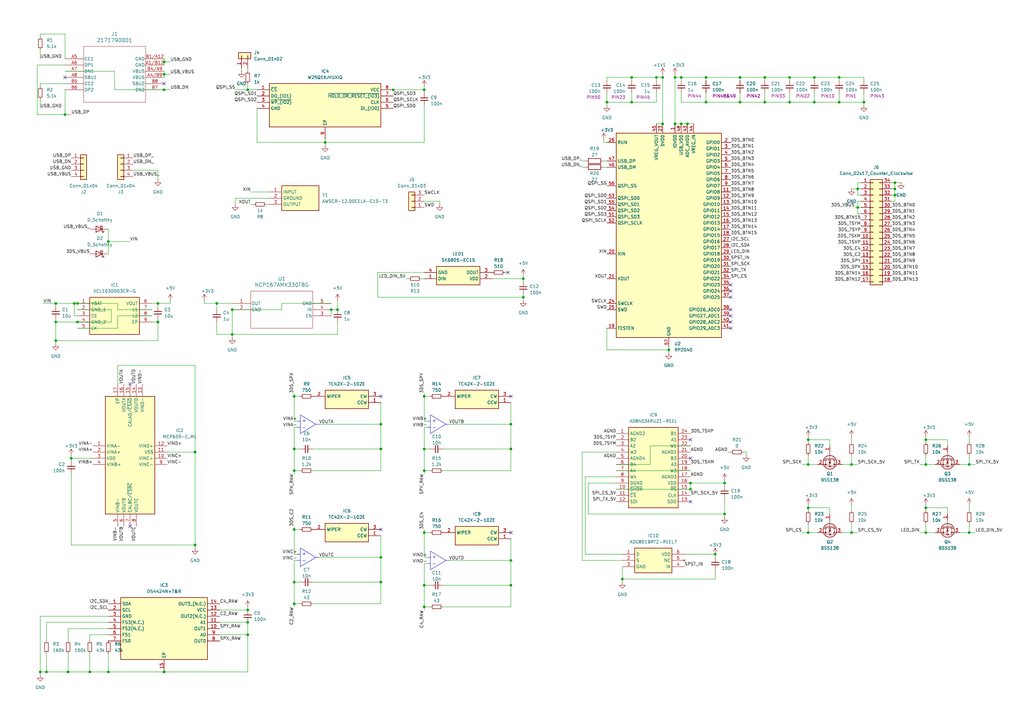
<source format=kicad_sch>
(kicad_sch (version 20231120) (generator "eeschema") (generator_version "8.0")
  (paper "A3")
  (junction (at 29.21 187.96))
  (junction (at 334.01 31.75))
  (junction (at 279.4 50.8))
  (junction (at 16.51 275.59))
  (junction (at 67.31 25.4))
  (junction (at 80.01 223.52))
  (junction (at 289.56 41.91))
  (junction (at 67.31 36.83))
  (junction (at 173.99 248.92))
  (junction (at 30.48 124.46))
  (junction (at 209.55 229.87))
  (junction (at 26.67 46.99))
  (junction (at 22.86 139.7))
  (junction (at 135.89 127))
  (junction (at 331.47 218.44))
  (junction (at 323.85 31.75))
  (junction (at 101.6 255.27))
  (junction (at 173.99 36.83))
  (junction (at 214.63 121.92))
  (junction (at 156.21 173.99))
  (junction (at 367.03 77.47))
  (junction (at 120.65 238.76))
  (junction (at 44.45 275.59))
  (junction (at 120.65 193.04))
  (junction (at 27.94 275.59))
  (junction (at 334.01 41.91))
  (junction (at 349.25 190.5))
  (junction (at 354.33 41.91))
  (junction (at 397.51 218.44))
  (junction (at 22.86 132.08))
  (junction (at 281.94 50.8))
  (junction (at 303.53 41.91))
  (junction (at 120.65 162.56))
  (junction (at 259.08 41.91))
  (junction (at 269.24 31.75))
  (junction (at 156.21 228.6))
  (junction (at 156.21 184.15))
  (junction (at 156.21 238.76))
  (junction (at 120.65 184.15))
  (junction (at 67.31 30.48))
  (junction (at 31.75 132.08))
  (junction (at 120.65 247.65))
  (junction (at 67.31 275.59))
  (junction (at 331.47 180.34))
  (junction (at 133.35 58.42))
  (junction (at 80.01 185.42))
  (junction (at 31.75 124.46))
  (junction (at 397.51 190.5))
  (junction (at 297.18 210.82))
  (junction (at 303.53 31.75))
  (junction (at 64.77 124.46))
  (junction (at 289.56 31.75))
  (junction (at 367.03 80.01))
  (junction (at 88.9 124.46))
  (junction (at 271.78 31.75))
  (junction (at 173.99 193.04))
  (junction (at 313.69 41.91))
  (junction (at 173.99 162.56))
  (junction (at 344.17 31.75))
  (junction (at 351.79 77.47))
  (junction (at 367.03 74.93))
  (junction (at 101.6 36.83))
  (junction (at 344.17 41.91))
  (junction (at 379.73 218.44))
  (junction (at 349.25 218.44))
  (junction (at 379.73 208.28))
  (junction (at 214.63 114.3))
  (junction (at 19.05 275.59))
  (junction (at 276.86 31.75))
  (junction (at 209.55 240.03))
  (junction (at 351.79 85.09))
  (junction (at 64.77 132.08))
  (junction (at 44.45 99.06))
  (junction (at 259.08 31.75))
  (junction (at 138.43 127))
  (junction (at 283.21 200.66))
  (junction (at 173.99 184.15))
  (junction (at 36.83 275.59))
  (junction (at 101.6 250.19))
  (junction (at 120.65 217.17))
  (junction (at 95.25 137.16))
  (junction (at 323.85 41.91))
  (junction (at 276.86 50.8))
  (junction (at 279.4 31.75))
  (junction (at 293.37 227.33))
  (junction (at 313.69 31.75))
  (junction (at 209.55 184.15))
  (junction (at 161.29 36.83))
  (junction (at 255.27 237.49))
  (junction (at 95.25 127))
  (junction (at 379.73 190.5))
  (junction (at 271.78 50.8))
  (junction (at 101.6 260.35))
  (junction (at 297.18 198.12))
  (junction (at 22.86 124.46))
  (junction (at 248.92 41.91))
  (junction (at 173.99 218.44))
  (junction (at 331.47 208.28))
  (junction (at 274.32 143.51))
  (junction (at 173.99 240.03))
  (junction (at 379.73 180.34))
  (junction (at 209.55 173.99))
  (junction (at 283.21 198.12))
  (junction (at 331.47 190.5))
  (no_connect (at 156.21 217.17))
  (no_connect (at 283.21 187.96))
  (no_connect (at 209.55 162.56))
  (no_connect (at 299.72 119.38))
  (no_connect (at 299.72 132.08))
  (no_connect (at 299.72 127))
  (no_connect (at 283.21 180.34))
  (no_connect (at 26.67 31.75))
  (no_connect (at 67.31 34.29))
  (no_connect (at 156.21 162.56))
  (no_connect (at 299.72 129.54))
  (no_connect (at 208.28 111.76))
  (no_connect (at 53.34 215.9))
  (no_connect (at 299.72 121.92))
  (no_connect (at 53.34 157.48))
  (no_connect (at 299.72 134.62))
  (no_connect (at 299.72 116.84))
  (no_connect (at 209.55 218.44))
  (no_connect (at 283.21 205.74))
  (wire (pts (xy 83.82 124.46) (xy 88.9 124.46)))
  (wire (pts (xy 173.99 240.03) (xy 173.99 248.92)))
  (wire (pts (xy 90.17 260.35) (xy 101.6 260.35)))
  (wire (pts (xy 248.92 31.75) (xy 248.92 33.02)))
  (wire (pts (xy 328.93 218.44) (xy 331.47 218.44)))
  (wire (pts (xy 331.47 190.5) (xy 331.47 186.69)))
  (wire (pts (xy 344.17 31.75) (xy 344.17 33.02)))
  (wire (pts (xy 293.37 227.33) (xy 293.37 228.6)))
  (wire (pts (xy 331.47 218.44) (xy 335.28 218.44)))
  (wire (pts (xy 173.99 218.44) (xy 176.53 218.44)))
  (wire (pts (xy 19.05 267.97) (xy 19.05 275.59)))
  (wire (pts (xy 156.21 219.71) (xy 156.21 228.6)))
  (wire (pts (xy 44.45 275.59) (xy 36.83 275.59)))
  (wire (pts (xy 173.99 248.92) (xy 173.99 250.19)))
  (polyline (pts (xy 121.92 172.72) (xy 123.19 172.72)))
  (wire (pts (xy 351.79 74.93) (xy 351.79 77.47)))
  (wire (pts (xy 69.85 124.46) (xy 64.77 124.46)))
  (wire (pts (xy 397.51 190.5) (xy 397.51 186.69)))
  (wire (pts (xy 238.76 229.87) (xy 255.27 229.87)))
  (wire (pts (xy 274.32 143.51) (xy 274.32 142.24)))
  (wire (pts (xy 255.27 238.76) (xy 255.27 237.49)))
  (wire (pts (xy 252.73 198.12) (xy 241.3 198.12)))
  (wire (pts (xy 30.48 124.46) (xy 31.75 124.46)))
  (wire (pts (xy 27.94 262.89) (xy 27.94 257.81)))
  (wire (pts (xy 289.56 38.1) (xy 289.56 41.91)))
  (wire (pts (xy 400.05 218.44) (xy 397.51 218.44)))
  (wire (pts (xy 276.86 30.48) (xy 276.86 31.75)))
  (wire (pts (xy 266.7 190.5) (xy 266.7 182.88)))
  (wire (pts (xy 367.03 74.93) (xy 365.76 74.93)))
  (wire (pts (xy 36.83 267.97) (xy 36.83 275.59)))
  (wire (pts (xy 184.15 229.87) (xy 209.55 229.87)))
  (wire (pts (xy 26.67 13.97) (xy 26.67 24.13)))
  (wire (pts (xy 351.79 190.5) (xy 349.25 190.5)))
  (wire (pts (xy 44.45 99.06) (xy 44.45 104.14)))
  (wire (pts (xy 340.36 208.28) (xy 331.47 208.28)))
  (wire (pts (xy 379.73 180.34) (xy 379.73 179.07)))
  (wire (pts (xy 247.65 66.04) (xy 248.92 66.04)))
  (wire (pts (xy 297.18 196.85) (xy 297.18 198.12)))
  (wire (pts (xy 379.73 218.44) (xy 383.54 218.44)))
  (wire (pts (xy 400.05 190.5) (xy 397.51 190.5)))
  (wire (pts (xy 340.36 180.34) (xy 331.47 180.34)))
  (wire (pts (xy 266.7 182.88) (xy 283.21 182.88)))
  (wire (pts (xy 30.48 124.46) (xy 30.48 129.54)))
  (wire (pts (xy 22.86 132.08) (xy 22.86 130.81)))
  (wire (pts (xy 31.75 132.08) (xy 22.86 132.08)))
  (wire (pts (xy 240.03 195.58) (xy 252.73 195.58)))
  (wire (pts (xy 101.6 27.94) (xy 101.6 29.21)))
  (wire (pts (xy 269.24 41.91) (xy 269.24 38.1)))
  (polyline (pts (xy 123.19 224.79) (xy 123.19 232.41)))
  (wire (pts (xy 274.32 144.78) (xy 274.32 143.51)))
  (wire (pts (xy 46.99 29.21) (xy 46.99 36.83)))
  (wire (pts (xy 64.77 132.08) (xy 64.77 130.81)))
  (wire (pts (xy 62.23 127) (xy 48.26 127)))
  (wire (pts (xy 340.36 210.82) (xy 340.36 208.28)))
  (wire (pts (xy 15.24 26.67) (xy 26.67 26.67)))
  (wire (pts (xy 48.26 149.86) (xy 80.01 149.86)))
  (wire (pts (xy 64.77 132.08) (xy 64.77 139.7)))
  (wire (pts (xy 29.21 187.96) (xy 38.1 187.96)))
  (wire (pts (xy 173.99 228.6) (xy 175.26 228.6)))
  (wire (pts (xy 173.99 184.15) (xy 176.53 184.15)))
  (wire (pts (xy 36.83 260.35) (xy 44.45 260.35)))
  (wire (pts (xy 248.92 41.91) (xy 259.08 41.91)))
  (polyline (pts (xy 176.53 170.18) (xy 176.53 177.8)))
  (wire (pts (xy 101.6 260.35) (xy 101.6 255.27)))
  (wire (pts (xy 67.31 29.21) (xy 67.31 30.48)))
  (wire (pts (xy 209.55 220.98) (xy 209.55 229.87)))
  (wire (pts (xy 173.99 35.56) (xy 173.99 36.83)))
  (wire (pts (xy 379.73 190.5) (xy 379.73 186.69)))
  (wire (pts (xy 313.69 41.91) (xy 323.85 41.91)))
  (wire (pts (xy 334.01 38.1) (xy 334.01 41.91)))
  (wire (pts (xy 166.37 114.3) (xy 167.64 114.3)))
  (wire (pts (xy 80.01 223.52) (xy 80.01 224.79)))
  (wire (pts (xy 88.9 137.16) (xy 88.9 132.08)))
  (wire (pts (xy 351.79 82.55) (xy 353.06 82.55)))
  (wire (pts (xy 16.51 13.97) (xy 26.67 13.97)))
  (wire (pts (xy 16.51 275.59) (xy 19.05 275.59)))
  (wire (pts (xy 349.25 77.47) (xy 351.79 77.47)))
  (wire (pts (xy 279.4 50.8) (xy 281.94 50.8)))
  (wire (pts (xy 173.99 172.72) (xy 175.26 172.72)))
  (wire (pts (xy 67.31 30.48) (xy 67.31 31.75)))
  (wire (pts (xy 120.65 229.87) (xy 120.65 238.76)))
  (wire (pts (xy 48.26 124.46) (xy 48.26 127)))
  (wire (pts (xy 283.21 198.12) (xy 297.18 198.12)))
  (wire (pts (xy 67.31 24.13) (xy 67.31 25.4)))
  (wire (pts (xy 377.19 218.44) (xy 379.73 218.44)))
  (wire (pts (xy 44.45 99.06) (xy 53.34 99.06)))
  (wire (pts (xy 99.06 27.94) (xy 99.06 29.21)))
  (wire (pts (xy 397.51 218.44) (xy 397.51 214.63)))
  (wire (pts (xy 26.67 29.21) (xy 46.99 29.21)))
  (wire (pts (xy 313.69 38.1) (xy 313.69 41.91)))
  (wire (pts (xy 306.07 185.42) (xy 304.8 185.42)))
  (wire (pts (xy 120.65 238.76) (xy 120.65 247.65)))
  (wire (pts (xy 120.65 193.04) (xy 120.65 194.31)))
  (wire (pts (xy 173.99 240.03) (xy 176.53 240.03)))
  (polyline (pts (xy 175.26 228.6) (xy 176.53 228.6)))
  (wire (pts (xy 248.92 31.75) (xy 259.08 31.75)))
  (wire (pts (xy 289.56 41.91) (xy 303.53 41.91)))
  (wire (pts (xy 214.63 114.3) (xy 214.63 115.57)))
  (wire (pts (xy 138.43 123.19) (xy 138.43 127)))
  (wire (pts (xy 209.55 229.87) (xy 209.55 240.03)))
  (wire (pts (xy 22.86 124.46) (xy 30.48 124.46)))
  (wire (pts (xy 90.17 255.27) (xy 101.6 255.27)))
  (wire (pts (xy 259.08 31.75) (xy 259.08 33.02)))
  (wire (pts (xy 109.22 83.82) (xy 110.49 83.82)))
  (wire (pts (xy 120.65 238.76) (xy 123.19 238.76)))
  (wire (pts (xy 252.73 185.42) (xy 238.76 185.42)))
  (wire (pts (xy 354.33 33.02) (xy 354.33 31.75)))
  (wire (pts (xy 120.65 162.56) (xy 120.65 172.72)))
  (wire (pts (xy 397.51 218.44) (xy 393.7 218.44)))
  (wire (pts (xy 88.9 127) (xy 88.9 124.46)))
  (wire (pts (xy 269.24 31.75) (xy 269.24 33.02)))
  (wire (pts (xy 238.76 66.04) (xy 240.03 66.04)))
  (wire (pts (xy 303.53 38.1) (xy 303.53 41.91)))
  (wire (pts (xy 48.26 134.62) (xy 31.75 134.62)))
  (wire (pts (xy 331.47 208.28) (xy 331.47 207.01)))
  (wire (pts (xy 173.99 193.04) (xy 176.53 193.04)))
  (polyline (pts (xy 129.54 228.6) (xy 123.19 224.79)))
  (wire (pts (xy 247.65 68.58) (xy 248.92 68.58)))
  (wire (pts (xy 16.51 44.45) (xy 16.51 40.64)))
  (wire (pts (xy 68.58 185.42) (xy 80.01 185.42)))
  (wire (pts (xy 209.55 173.99) (xy 209.55 184.15)))
  (wire (pts (xy 303.53 41.91) (xy 313.69 41.91)))
  (wire (pts (xy 133.35 59.69) (xy 133.35 58.42)))
  (wire (pts (xy 276.86 31.75) (xy 279.4 31.75)))
  (wire (pts (xy 323.85 31.75) (xy 323.85 33.02)))
  (wire (pts (xy 334.01 31.75) (xy 334.01 33.02)))
  (wire (pts (xy 64.77 139.7) (xy 22.86 139.7)))
  (wire (pts (xy 67.31 25.4) (xy 67.31 26.67)))
  (wire (pts (xy 44.45 267.97) (xy 44.45 275.59)))
  (polyline (pts (xy 123.19 170.18) (xy 123.19 177.8)))
  (wire (pts (xy 102.87 78.74) (xy 110.49 78.74)))
  (wire (pts (xy 247.65 58.42) (xy 248.92 58.42)))
  (wire (pts (xy 248.92 43.18) (xy 248.92 41.91)))
  (wire (pts (xy 271.78 31.75) (xy 271.78 50.8)))
  (wire (pts (xy 184.15 173.99) (xy 209.55 173.99)))
  (wire (pts (xy 241.3 210.82) (xy 297.18 210.82)))
  (wire (pts (xy 297.18 210.82) (xy 297.18 204.47)))
  (wire (pts (xy 15.24 46.99) (xy 26.67 46.99)))
  (wire (pts (xy 367.03 74.93) (xy 367.03 77.47)))
  (wire (pts (xy 276.86 50.8) (xy 279.4 50.8)))
  (polyline (pts (xy 129.54 173.99) (xy 130.81 173.99)))
  (wire (pts (xy 138.43 137.16) (xy 95.25 137.16)))
  (polyline (pts (xy 176.53 233.68) (xy 182.88 229.87)))
  (wire (pts (xy 156.21 184.15) (xy 156.21 193.04)))
  (wire (pts (xy 62.23 129.54) (xy 48.26 129.54)))
  (wire (pts (xy 128.27 238.76) (xy 156.21 238.76)))
  (wire (pts (xy 354.33 41.91) (xy 354.33 43.18)))
  (wire (pts (xy 293.37 233.68) (xy 293.37 237.49)))
  (wire (pts (xy 120.65 184.15) (xy 120.65 193.04)))
  (wire (pts (xy 154.94 111.76) (xy 154.94 121.92)))
  (wire (pts (xy 334.01 31.75) (xy 344.17 31.75)))
  (wire (pts (xy 173.99 175.26) (xy 173.99 184.15)))
  (wire (pts (xy 16.51 252.73) (xy 44.45 252.73)))
  (wire (pts (xy 36.83 260.35) (xy 36.83 262.89)))
  (wire (pts (xy 83.82 123.19) (xy 83.82 124.46)))
  (wire (pts (xy 27.94 267.97) (xy 27.94 275.59)))
  (wire (pts (xy 367.03 80.01) (xy 365.76 80.01)))
  (wire (pts (xy 323.85 38.1) (xy 323.85 41.91)))
  (wire (pts (xy 354.33 38.1) (xy 354.33 41.91)))
  (wire (pts (xy 62.23 132.08) (xy 64.77 132.08)))
  (wire (pts (xy 349.25 218.44) (xy 349.25 214.63)))
  (wire (pts (xy 29.21 46.99) (xy 26.67 46.99)))
  (wire (pts (xy 241.3 198.12) (xy 241.3 210.82)))
  (wire (pts (xy 328.93 190.5) (xy 331.47 190.5)))
  (wire (pts (xy 379.73 180.34) (xy 379.73 181.61)))
  (wire (pts (xy 259.08 38.1) (xy 259.08 41.91)))
  (wire (pts (xy 349.25 190.5) (xy 345.44 190.5)))
  (wire (pts (xy 289.56 31.75) (xy 289.56 33.02)))
  (wire (pts (xy 95.25 138.43) (xy 95.25 137.16)))
  (wire (pts (xy 367.03 80.01) (xy 367.03 82.55)))
  (wire (pts (xy 48.26 157.48) (xy 48.26 149.86)))
  (wire (pts (xy 331.47 208.28) (xy 331.47 209.55)))
  (wire (pts (xy 45.72 127) (xy 45.72 132.08)))
  (wire (pts (xy 69.85 30.48) (xy 67.31 30.48)))
  (wire (pts (xy 15.24 26.67) (xy 15.24 46.99)))
  (wire (pts (xy 350.52 85.09) (xy 351.79 85.09)))
  (wire (pts (xy 173.99 193.04) (xy 173.99 194.31)))
  (wire (pts (xy 161.29 36.83) (xy 173.99 36.83)))
  (polyline (pts (xy 175.26 172.72) (xy 176.53 172.72)))
  (wire (pts (xy 130.81 228.6) (xy 156.21 228.6)))
  (wire (pts (xy 19.05 262.89) (xy 19.05 255.27)))
  (polyline (pts (xy 176.53 226.06) (xy 176.53 233.68)))
  (wire (pts (xy 69.85 25.4) (xy 67.31 25.4)))
  (wire (pts (xy 209.55 184.15) (xy 209.55 193.04)))
  (wire (pts (xy 120.65 175.26) (xy 120.65 184.15)))
  (wire (pts (xy 101.6 36.83) (xy 105.41 36.83)))
  (wire (pts (xy 31.75 127) (xy 45.72 127)))
  (wire (pts (xy 133.35 58.42) (xy 133.35 57.15)))
  (wire (pts (xy 29.21 223.52) (xy 80.01 223.52)))
  (wire (pts (xy 276.86 31.75) (xy 276.86 50.8)))
  (wire (pts (xy 367.03 82.55) (xy 365.76 82.55)))
  (wire (pts (xy 128.27 184.15) (xy 156.21 184.15)))
  (wire (pts (xy 208.28 111.76) (xy 207.01 111.76)))
  (polyline (pts (xy 182.88 229.87) (xy 176.53 226.06)))
  (wire (pts (xy 377.19 190.5) (xy 379.73 190.5)))
  (wire (pts (xy 379.73 218.44) (xy 379.73 214.63)))
  (wire (pts (xy 120.65 215.9) (xy 120.65 217.17)))
  (wire (pts (xy 331.47 180.34) (xy 331.47 181.61)))
  (wire (pts (xy 259.08 41.91) (xy 269.24 41.91)))
  (wire (pts (xy 173.99 111.76) (xy 154.94 111.76)))
  (wire (pts (xy 344.17 41.91) (xy 354.33 41.91)))
  (wire (pts (xy 80.01 149.86) (xy 80.01 185.42)))
  (wire (pts (xy 17.78 124.46) (xy 22.86 124.46)))
  (wire (pts (xy 379.73 190.5) (xy 383.54 190.5)))
  (wire (pts (xy 156.21 228.6) (xy 156.21 238.76)))
  (polyline (pts (xy 129.54 173.99) (xy 123.19 170.18)))
  (wire (pts (xy 31.75 132.08) (xy 45.72 132.08)))
  (wire (pts (xy 64.77 124.46) (xy 62.23 124.46)))
  (wire (pts (xy 248.92 134.62) (xy 248.92 143.51)))
  (wire (pts (xy 120.65 247.65) (xy 120.65 248.92)))
  (wire (pts (xy 209.55 248.92) (xy 181.61 248.92)))
  (wire (pts (xy 351.79 85.09) (xy 353.06 85.09)))
  (wire (pts (xy 120.65 217.17) (xy 120.65 227.33)))
  (wire (pts (xy 252.73 190.5) (xy 266.7 190.5)))
  (wire (pts (xy 22.86 125.73) (xy 22.86 124.46)))
  (polyline (pts (xy 175.26 231.14) (xy 176.53 231.14)))
  (wire (pts (xy 388.62 182.88) (xy 388.62 180.34)))
  (wire (pts (xy 123.19 217.17) (xy 120.65 217.17)))
  (wire (pts (xy 349.25 179.07) (xy 349.25 181.61)))
  (polyline (pts (xy 123.19 232.41) (xy 129.54 228.6)))
  (wire (pts (xy 120.65 175.26) (xy 121.92 175.26)))
  (wire (pts (xy 313.69 31.75) (xy 323.85 31.75)))
  (wire (pts (xy 303.53 31.75) (xy 303.53 33.02)))
  (wire (pts (xy 279.4 38.1) (xy 279.4 41.91)))
  (wire (pts (xy 331.47 190.5) (xy 335.28 190.5)))
  (wire (pts (xy 104.14 83.82) (xy 102.87 83.82)))
  (wire (pts (xy 173.99 43.18) (xy 173.99 58.42)))
  (wire (pts (xy 138.43 132.08) (xy 138.43 137.16)))
  (wire (pts (xy 281.94 50.8) (xy 284.48 50.8)))
  (wire (pts (xy 16.51 13.97) (xy 16.51 15.24)))
  (wire (pts (xy 16.51 276.86) (xy 16.51 275.59)))
  (wire (pts (xy 331.47 218.44) (xy 331.47 214.63)))
  (wire (pts (xy 351.79 218.44) (xy 349.25 218.44)))
  (wire (pts (xy 135.89 127) (xy 138.43 127)))
  (wire (pts (xy 88.9 124.46) (xy 95.25 124.46)))
  (wire (pts (xy 95.25 127) (xy 95.25 137.16)))
  (wire (pts (xy 26.67 46.99) (xy 26.67 36.83)))
  (polyline (pts (xy 175.26 175.26) (xy 176.53 175.26)))
  (wire (pts (xy 173.99 38.1) (xy 173.99 36.83)))
  (wire (pts (xy 69.85 36.83) (xy 67.31 36.83)))
  (polyline (pts (xy 121.92 227.33) (xy 123.19 227.33)))
  (wire (pts (xy 67.31 275.59) (xy 44.45 275.59)))
  (wire (pts (xy 248.92 38.1) (xy 248.92 41.91)))
  (wire (pts (xy 173.99 175.26) (xy 175.26 175.26)))
  (wire (pts (xy 388.62 210.82) (xy 388.62 208.28)))
  (wire (pts (xy 259.08 31.75) (xy 269.24 31.75)))
  (wire (pts (xy 120.65 193.04) (xy 123.19 193.04)))
  (wire (pts (xy 176.53 162.56) (xy 173.99 162.56)))
  (wire (pts (xy 156.21 238.76) (xy 156.21 247.65)))
  (wire (pts (xy 181.61 240.03) (xy 209.55 240.03)))
  (wire (pts (xy 367.03 77.47) (xy 365.76 77.47)))
  (wire (pts (xy 240.03 227.33) (xy 240.03 195.58)))
  (polyline (pts (xy 121.92 229.87) (xy 123.19 229.87)))
  (wire (pts (xy 156.21 173.99) (xy 156.21 184.15)))
  (wire (pts (xy 280.67 227.33) (xy 293.37 227.33)))
  (wire (pts (xy 16.51 34.29) (xy 26.67 34.29)))
  (wire (pts (xy 46.99 36.83) (xy 67.31 36.83)))
  (wire (pts (xy 397.51 207.01) (xy 397.51 209.55)))
  (wire (pts (xy 173.99 217.17) (xy 173.99 218.44)))
  (wire (pts (xy 16.51 24.13) (xy 16.51 20.32)))
  (wire (pts (xy 31.75 129.54) (xy 30.48 129.54)))
  (polyline (pts (xy 182.88 229.87) (xy 184.15 229.87)))
  (wire (pts (xy 135.89 129.54) (xy 135.89 127)))
  (wire (pts (xy 379.73 208.28) (xy 379.73 209.55)))
  (wire (pts (xy 115.57 127) (xy 95.25 127)))
  (wire (pts (xy 351.79 74.93) (xy 353.06 74.93)))
  (wire (pts (xy 344.17 38.1) (xy 344.17 41.91)))
  (wire (pts (xy 22.86 139.7) (xy 22.86 132.08)))
  (wire (pts (xy 289.56 31.75) (xy 303.53 31.75)))
  (wire (pts (xy 351.79 77.47) (xy 353.06 77.47)))
  (wire (pts (xy 351.79 85.09) (xy 351.79 87.63)))
  (wire (pts (xy 283.21 200.66) (xy 283.21 198.12)))
  (wire (pts (xy 156.21 247.65) (xy 128.27 247.65)))
  (wire (pts (xy 255.27 237.49) (xy 293.37 237.49)))
  (wire (pts (xy 16.51 252.73) (xy 16.51 275.59)))
  (wire (pts (xy 180.34 83.82) (xy 180.34 82.55)))
  (wire (pts (xy 105.41 58.42) (xy 133.35 58.42)))
  (wire (pts (xy 101.6 34.29) (xy 101.6 36.83)))
  (polyline (pts (xy 176.53 177.8) (xy 182.88 173.99)))
  (polyline (pts (xy 182.88 173.99) (xy 184.15 173.99)))
  (wire (pts (xy 271.78 50.8) (xy 269.24 50.8)))
  (wire (pts (xy 181.61 184.15) (xy 209.55 184.15)))
  (wire (pts (xy 29.21 189.23) (xy 29.21 187.96)))
  (wire (pts (xy 351.79 87.63) (xy 353.06 87.63)))
  (wire (pts (xy 173.99 218.44) (xy 173.99 228.6)))
  (wire (pts (xy 238.76 68.58) (xy 240.03 68.58)))
  (wire (pts (xy 247.65 58.42) (xy 247.65 57.15)))
  (wire (pts (xy 369.57 74.93) (xy 367.03 74.93)))
  (wire (pts (xy 115.57 124.46) (xy 115.57 127)))
  (wire (pts (xy 279.4 33.02) (xy 279.4 31.75)))
  (wire (pts (xy 271.78 30.48) (xy 271.78 31.75)))
  (wire (pts (xy 29.21 194.31) (xy 29.21 223.52)))
  (wire (pts (xy 22.86 140.97) (xy 22.86 139.7)))
  (polyline (pts (xy 129.54 228.6) (xy 130.81 228.6)))
  (wire (pts (xy 379.73 208.28) (xy 379.73 207.01)))
  (wire (pts (xy 120.65 161.29) (xy 120.65 162.56)))
  (polyline (pts (xy 182.88 173.99) (xy 176.53 170.18)))
  (wire (pts (xy 80.01 185.42) (xy 80.01 223.52)))
  (wire (pts (xy 105.41 44.45) (xy 105.41 58.42)))
  (wire (pts (xy 351.79 82.55) (xy 351.79 85.09)))
  (wire (pts (xy 120.65 229.87) (xy 121.92 229.87)))
  (wire (pts (xy 96.52 81.28) (xy 110.49 81.28)))
  (wire (pts (xy 101.6 275.59) (xy 67.31 275.59)))
  (wire (pts (xy 323.85 41.91) (xy 334.01 41.91)))
  (wire (pts (xy 48.26 124.46) (xy 31.75 124.46)))
  (wire (pts (xy 340.36 182.88) (xy 340.36 180.34)))
  (wire (pts (xy 19.05 255.27) (xy 44.45 255.27)))
  (wire (pts (xy 135.89 124.46) (xy 115.57 124.46)))
  (wire (pts (xy 120.65 184.15) (xy 123.19 184.15)))
  (wire (pts (xy 201.93 114.3) (xy 214.63 114.3)))
  (wire (pts (xy 252.73 193.04) (xy 283.21 193.04)))
  (wire (pts (xy 29.21 186.69) (xy 29.21 187.96)))
  (wire (pts (xy 69.85 124.46) (xy 69.85 123.19)))
  (wire (pts (xy 130.81 173.99) (xy 156.21 173.99)))
  (wire (pts (xy 297.18 199.39) (xy 297.18 198.12)))
  (wire (pts (xy 397.51 179.07) (xy 397.51 181.61)))
  (wire (pts (xy 44.45 99.06) (xy 44.45 93.98)))
  (wire (pts (xy 354.33 31.75) (xy 344.17 31.75)))
  (wire (pts (xy 173.99 248.92) (xy 176.53 248.92)))
  (wire (pts (xy 349.25 207.01) (xy 349.25 209.55)))
  (wire (pts (xy 209.55 165.1) (xy 209.55 173.99)))
  (polyline (pts (xy 123.19 177.8) (xy 129.54 173.99)))
  (wire (pts (xy 173.99 161.29) (xy 173.99 162.56)))
  (wire (pts (xy 248.92 143.51) (xy 274.32 143.51)))
  (wire (pts (xy 173.99 58.42) (xy 133.35 58.42)))
  (wire (pts (xy 303.53 31.75) (xy 313.69 31.75)))
  (wire (pts (xy 173.99 184.15) (xy 173.99 193.04)))
  (wire (pts (xy 214.63 121.92) (xy 214.63 120.65)))
  (wire (pts (xy 54.61 69.85) (xy 64.77 69.85)))
  (wire (pts (xy 101.6 250.19) (xy 90.17 250.19)))
  (wire (pts (xy 255.27 227.33) (xy 240.03 227.33)))
  (wire (pts (xy 154.94 121.92) (xy 214.63 121.92)))
  (wire (pts (xy 120.65 172.72) (xy 121.92 172.72)))
  (wire (pts (xy 173.99 162.56) (xy 173.99 172.72)))
  (wire (pts (xy 306.07 185.42) (xy 306.07 186.69)))
  (wire (pts (xy 349.25 190.5) (xy 349.25 186.69)))
  (wire (pts (xy 157.48 36.83) (xy 161.29 36.83)))
  (wire (pts (xy 173.99 231.14) (xy 173.99 240.03)))
  (wire (pts (xy 120.65 247.65) (xy 123.19 247.65)))
  (wire (pts (xy 252.73 200.66) (xy 283.21 200.66)))
  (wire (pts (xy 156.21 165.1) (xy 156.21 173.99)))
  (wire (pts (xy 36.83 275.59) (xy 27.94 275.59)))
  (wire (pts (xy 96.52 36.83) (xy 101.6 36.83)))
  (wire (pts (xy 214.63 123.19) (xy 214.63 121.92)))
  (wire (pts (xy 156.21 193.04) (xy 128.27 193.04)))
  (wire (pts (xy 238.76 185.42) (xy 238.76 229.87)))
  (wire (pts (xy 120.65 162.56) (xy 123.19 162.56)))
  (wire (pts (xy 388.62 208.28) (xy 379.73 208.28)))
  (wire (pts (xy 120.65 227.33) (xy 121.92 227.33)))
  (wire (pts (xy 351.79 80.01) (xy 353.06 80.01)))
  (wire (pts (xy 101.6 248.92) (xy 101.6 250.19)))
  (wire (pts (xy 48.26 129.54) (xy 48.26 134.62)))
  (wire (pts (xy 214.63 113.03) (xy 214.63 114.3)))
  (wire (pts (xy 101.6 260.35) (xy 101.6 275.59)))
  (polyline (pts (xy 121.92 175.26) (xy 123.19 175.26)))
  (wire (pts (xy 172.72 114.3) (xy 173.99 114.3)))
  (wire (pts (xy 64.77 125.73) (xy 64.77 124.46)))
  (wire (pts (xy 289.56 31.75) (xy 279.4 31.75)))
  (wire (pts (xy 64.77 69.85) (xy 64.77 73.66)))
  (wire (pts (xy 209.55 193.04) (xy 181.61 193.04)))
  (wire (pts (xy 334.01 41.91) (xy 344.17 41.91)))
  (wire (pts (xy 209.55 240.03) (xy 209.55 248.92)))
  (wire (pts (xy 299.72 185.42) (xy 298.45 185.42)))
  (wire (pts (xy 313.69 31.75) (xy 313.69 33.02)))
  (wire (pts (xy 388.62 180.34) (xy 379.73 180.34)))
  (wire (pts (xy 323.85 31.75) (xy 334.01 31.75)))
  (wire (pts (xy 367.03 77.47) (xy 367.03 80.01)))
  (wire (pts (xy 16.51 35.56) (xy 16.51 34.29)))
  (wire (pts (xy 269.24 31.75) (xy 271.78 31.75)))
  (wire (pts (xy 351.79 77.47) (xy 351.79 80.01)))
  (wire (pts (xy 297.18 212.09) (xy 297.18 210.82)))
  (wire (pts (xy 27.94 257.81) (xy 44.45 257.81)))
  (wire (pts (xy 349.25 218.44) (xy 345.44 218.44)))
  (wire (pts (xy 279.4 41.91) (xy 289.56 41.91)))
  (wire (pts (xy 180.34 82.55) (xy 173.99 82.55)))
  (wire (pts (xy 255.27 237.49) (xy 255.27 232.41)))
  (wire (pts (xy 397.51 190.5) (xy 393.7 190.5)))
  (wire (pts (xy 173.99 231.14) (xy 175.26 231.14)))
  (wire (pts (xy 19.05 275.59) (xy 27.94 275.59)))
  (wire (pts (xy 96.52 81.28) (xy 96.52 83.82)))
  (wire (pts (xy 88.9 137.16) (xy 95.25 137.16)))
  (wire (pts (xy 331.47 180.34) (xy 331.47 179.07)))
  (text "+" (at 124.714 172.72 0) (effects (font (size 1.27 1.27))))
  (text "-" (at 124.714 230.124 0) (effects (font (size 1.27 1.27))))
  (text "-" (at 178.054 231.394 0) (effects (font (size 1.27 1.27))))
  (text "-" (at 124.714 175.514 0) (effects (font (size 1.27 1.27))))
  (text "-" (at 178.054 175.514 0) (effects (font (size 1.27 1.27))))
  (text "+" (at 124.714 227.33 0) (effects (font (size 1.27 1.27))))
  (text "+" (at 178.054 228.6 0) (effects (font (size 1.27 1.27))))
  (text "+" (at 178.054 172.72 0) (effects (font (size 1.27 1.27))))
  (label "VINA+" (at 121.92 172.72 180))
  (label "I2C_SCL" (at 299.72 99.06 0))
  (label "SWCLK" (at 248.92 124.46 180))
  (label "3DS_TSXP" (at 283.21 177.8 0))
  (label "3DS_BTN15" (at 353.06 90.17 180))
  (label "VOUTB" (at 184.15 173.99 0))
  (label "3DS_VBUS" (at 36.83 104.14 180))
  (label "C4_RAW" (at 90.17 247.65 0))
  (label "3DS_BTN0" (at 365.76 85.09 0))
  (label "SPST_IN" (at 299.72 106.68 0))
  (label "USB_GND" (at 69.85 25.4 0))
  (label "AGND" (at 252.73 177.8 180))
  (label "SPX_RAW" (at 90.17 262.89 0))
  (label "3DS_C2" (at 353.06 105.41 180))
  (label "VIND+" (at 68.58 182.88 0))
  (label "VIND-" (at 175.26 231.14 180))
  (label "3DS_BTN2" (at 365.76 90.17 0))
  (label "3DS_SPY" (at 353.06 107.95 180))
  (label "3DS_BTN10" (at 299.72 83.82 0))
  (label "3DS_BTN7" (at 365.76 102.87 0))
  (label "3DS_BTN1" (at 299.72 60.96 0))
  (label "SWD" (at 173.99 85.09 0))
  (label "SPI_SCK" (at 328.93 190.5 180))
  (label "3DS_BTN4" (at 299.72 68.58 0))
  (label "USB_VBUS_" (at 36.83 93.98 180))
  (label "QSPI_SD3" (at 161.29 39.37 0))
  (label "3DS_BTN9" (at 299.72 81.28 0))
  (label "VINA-" (at 121.92 175.26 180))
  (label "3DS_BTN7" (at 299.72 76.2 0))
  (label "XOUT" (at 248.92 114.3 180))
  (label "USB_VBUS_" (at 54.61 72.39 0))
  (label "3DS_TSXP" (at 353.06 100.33 180))
  (label "QSPI_SD0" (at 248.92 81.28 180))
  (label "3DS_BTN3" (at 365.76 92.71 0))
  (label "I2C_SCL" (at 44.45 250.19 180))
  (label "AGND" (at 252.73 187.96 180))
  (label "3DS_BTN11" (at 365.76 113.03 0))
  (label "3DS_BTN12" (at 353.06 115.57 180))
  (label "3DS_BTN13" (at 365.76 115.57 0))
  (label "VINC-" (at 121.92 229.87 180))
  (label "SPI_CS" (at 328.93 218.44 180))
  (label "QSPI_SCLK" (at 161.29 41.91 0))
  (label "SPX_RAW" (at 120.65 194.31 270))
  (label "USB_DP" (at 29.21 64.77 180))
  (label "USB_DP_" (at 238.76 66.04 180))
  (label "QSPI_SD3" (at 248.92 88.9 180))
  (label "SPI_CS" (at 299.72 114.3 0))
  (label "XIN" (at 102.87 78.74 180))
  (label "SPI_CS_5V" (at 351.79 218.44 0))
  (label "SWCLK" (at 173.99 80.01 0))
  (label "C4_RAW" (at 173.99 250.19 270))
  (label "USB_GND" (at 16.51 24.13 0))
  (label "USB_DN" (at 29.21 67.31 180))
  (label "3DS_BTN2" (at 299.72 63.5 0))
  (label "USB_DP" (at 29.21 46.99 0))
  (label "VINC+" (at 121.92 227.33 180))
  (label "USB_GND" (at 16.51 44.45 0))
  (label "AGND" (at 298.45 185.42 180))
  (label "3DS_BTN1" (at 365.76 87.63 0))
  (label "VINB-" (at 48.26 215.9 270))
  (label "SPST_IN" (at 280.67 232.41 0))
  (label "VOUTD" (at 184.15 229.87 0))
  (label "3DS_TSYP" (at 353.06 95.25 180))
  (label "3DS_BTN11" (at 299.72 86.36 0))
  (label "3DS_C2" (at 120.65 215.9 90))
  (label "3DS_TSXM" (at 283.21 190.5 0))
  (label "SPI_CS_5V" (at 252.73 203.2 180))
  (label "QSPI_SD0" (at 161.29 44.45 0))
  (label "QSPI_SS" (at 248.92 76.2 180))
  (label "QSPI_SD1" (at 105.41 39.37 180))
  (label "VINB-" (at 175.26 175.26 180))
  (label "VIN" (at 53.34 99.06 0))
  (label "C2_RAW" (at 120.65 248.92 270))
  (label "3DS_TSYM" (at 353.06 92.71 180))
  (label "AGND" (at 283.21 185.42 0))
  (label "SPI_SCK_5V" (at 351.79 190.5 0))
  (label "3DS_BTN14" (at 299.72 93.98 0))
  (label "SPY_RAW" (at 90.17 257.81 0))
  (label "SPI_TX" (at 299.72 111.76 0))
  (label "3DS_SPX" (at 120.65 161.29 90))
  (label "VINC-" (at 68.58 190.5 0))
  (label "USB_DN" (at 69.85 36.83 0))
  (label "USB_VBUS" (at 69.85 30.48 0))
  (label "VINA-" (at 38.1 182.88 180))
  (label "VOUTA" (at 130.81 173.99 0))
  (label "3DS_BTN6" (at 299.72 73.66 0))
  (label "3DS_TSXM" (at 353.06 97.79 180))
  (label "3DS_TSYP" (at 252.73 180.34 180))
  (label "QSPI_SD1" (at 248.92 83.82 180))
  (label "USB_GND" (at 29.21 69.85 180))
  (label "3DS_VBUS" (at 350.52 85.09 180))
  (label "SPI_TX_5V" (at 400.05 190.5 0))
  (label "USB_DP_" (at 54.61 64.77 0))
  (label "SPY_RAW" (at 173.99 194.31 270))
  (label "USB_VBUS" (at 29.21 72.39 180))
  (label "VOUTC" (at 55.88 215.9 270))
  (label "3DS_BTN12" (at 299.72 88.9 0))
  (label "3DS_BTN6" (at 365.76 100.33 0))
  (label "SWD" (at 248.92 127 180))
  (label "QSPI_SCLK" (at 248.92 91.44 180))
  (label "SPI_SCK" (at 299.72 109.22 0))
  (label "3DS_BTN3" (at 299.72 66.04 0))
  (label "VIND-" (at 58.42 157.48 90))
  (label "VOUTB" (at 50.8 215.9 270))
  (label "3DS_BTN0" (at 299.72 58.42 0))
  (label "3DS_BTN5" (at 299.72 71.12 0))
  (label "VINB+" (at 38.1 190.5 180))
  (label "SPI_SCK_5V" (at 283.21 203.2 0))
  (label "VINC+" (at 68.58 187.96 0))
  (label "I2C_SDA" (at 44.45 247.65 180))
  (label "3DS_BTN8" (at 365.76 105.41 0))
  (label "VINB+" (at 175.26 172.72 180))
  (label "LED_DIN_5V" (at 400.05 218.44 0))
  (label "VINA+" (at 38.1 185.42 180))
  (label "AGND" (at 283.21 195.58 0))
  (label "LED_DIN" (at 299.72 104.14 0))
  (label "USB_DN_" (at 54.61 67.31 0))
  (label "LED_DIN" (at 377.19 218.44 180))
  (label "3DS_TSYM" (at 252.73 182.88 180))
  (label "VOUTC" (at 130.81 228.6 0))
  (label "SPI_TX" (at 377.19 190.5 180))
  (label "C2_RAW" (at 90.17 252.73 0))
  (label "3DS_C4" (at 173.99 217.17 90))
  (label "3DS_BTN13" (at 299.72 91.44 0))
  (label "QSPI_SS" (at 96.52 36.83 180))
  (label "3DS_C4" (at 353.06 102.87 180))
  (label "3DS_BTN8" (at 299.72 78.74 0))
  (label "3DS_BTN15" (at 299.72 96.52 0))
  (label "XOUT" (at 102.87 83.82 180))
  (label "3DS_BTN14" (at 353.06 113.03 180))
  (label "VOUTA" (at 50.8 157.48 90))
  (label "3DS_BTN10" (at 365.76 110.49 0))
  (label "SPI_TX_5V" (at 252.73 205.74 180))
  (label "VIND+" (at 175.26 228.6 180))
  (label "3DS_BTN4" (at 365.76 95.25 0))
  (label "3DS_SPY" (at 173.99 161.29 90))
  (label "VIN" (at 17.78 124.46 0))
  (label "3DS_BTN5" (at 365.76 97.79 0))
  (label "3DS_SPX" (at 353.06 110.49 180))
  (label "QSPI_SD2" (at 248.92 86.36 180))
  (label "USB_DN_" (at 238.76 68.58 180))
  (label "3DS_BTN9" (at 365.76 107.95 0))
  (label "XIN" (at 248.92 104.14 180))
  (label "LED_DIN_5V" (at 166.37 114.3 180))
  (label "VOUTD" (at 55.88 157.48 90))
  (label "QSPI_SD2" (at 105.41 41.91 180))
  (label "I2C_SDA" (at 299.72 101.6 0))
  (symbol (lib_id "Device:C_Small") (at 173.99 40.64 0) (unit 1)
    (property "Reference" "C9" (at 176.53 40.0113 0) (effects (justify left)))
    (property "Value" "100n" (at 176.53 42.5513 0) (effects (justify left)))
    (property "Footprint" "Capacitor_SMD:C_0201_0603Metric" (effects (hide yes)))
  )
  (symbol (lib_id "Device:C_Small") (at 138.43 129.54 0) (unit 1)
    (property "Reference" "C8" (at 140.97 128.2762 0) (effects (justify left)))
    (property "Value" "1u" (at 140.97 130.8162 0) (effects (justify left)))
    (property "Footprint" "Capacitor_SMD:C_0201_0603Metric" (effects (hide yes)))
    (property "Description" "Unpolarized capacitor, small symbol" (effects (hide yes)))
  )
  (symbol (lib_id "Device:C_Small") (at 313.69 35.56 0) (unit 1)
    (property "Reference" "C21" (at 316.23 34.2962 0) (effects (justify left)))
    (property "Value" "100n" (at 316.23 36.8362 0) (effects (justify left)))
    (property "Footprint" "Capacitor_SMD:C_0201_0603Metric" (effects (hide yes)))
    (property "Description" "Unpolarized capacitor, small symbol" (effects (hide yes)))
    (property "Belongs_to" "PIN33" (at 316.23 39.37 0) (effects (justify left)))
  )
  (symbol (lib_id "Device:R_Small") (at 27.94 265.43 180) (unit 1)
    (property "Reference" "R4" (at 30.48 264.1599 0) (effects (justify right)))
    (property "Value" "160k" (at 30.48 266.6999 0) (effects (justify right)))
    (property "Footprint" "Resistor_SMD:R_0201_0603Metric" (effects (hide yes)))
  )
  (symbol (lib_id "Device:C_Small") (at 289.56 35.56 0) (unit 1)
    (property "Reference" "C17" (at 292.1 34.2962 0) (effects (justify left)))
    (property "Value" "100n" (at 292.1 36.8362 0) (effects (justify left)))
    (property "Footprint" "Capacitor_SMD:C_0201_0603Metric" (effects (hide yes)))
    (property "Description" "Unpolarized capacitor, small symbol" (effects (hide yes)))
    (property "Belongs_to" "PIN48&49" (at 292.1 39.37 0) (effects (justify left)))
  )
  (symbol (lib_id "ADG801BRTZ-REEL7:ADG801BRTZ-REEL7") (at 255.27 227.33 0) (unit 1)
    (property "Reference" "IC10" (at 267.97 219.71 0))
    (property "Value" "ADG801BRTZ-REEL7" (at 267.97 222.25 0))
    (property "Footprint" "ADG801BRTZ-REEL7:SOT95P280X145-6N" (effects (hide yes)))
    (property "Datasheet" "https://componentsearchengine.com/Datasheets/2/ADG801BRTZ-REEL7.pdf" (effects (hide yes)))
    (property "Description" "Analog Devices ADG801BRTZ-500RL7, Analogue SPST Switch Single SPST, 5 V, 6-Pin SOT-23" (effects (hide yes)))
    (property "Height" "1.45" (effects (hide yes)))
    (property "Manufacturer_Name" "Analog Devices" (effects (hide yes)))
    (property "Manufacturer_Part_Number" "ADG801BRTZ-REEL7" (effects (hide yes)))
    (property "Mouser Part Number" "584-ADG801BRTZ-R7" (effects (hide yes)))
    (property "Mouser Price/Stock" "https://www.mouser.co.uk/ProductDetail/Analog-Devices/ADG801BRTZ-REEL7?qs=BpaRKvA4VqGec11rdHsR7g%3D%3D" (effects (hide yes)))
    (property "Arrow Part Number" "ADG801BRTZ-REEL7" (effects (hide yes)))
    (property "Arrow Price/Stock" "https://www.arrow.com/en/products/adg801brtz-reel7/analog-devices?region=europe" (effects (hide yes)))
  )
  (symbol (lib_id "Transistor_FET:BSS138") (at 388.62 187.96 270) (unit 1)
    (property "Reference" "Q3" (at 388.62 194.31 90))
    (property "Value" "BSS138" (at 388.62 196.85 90))
    (property "Footprint" "Package_TO_SOT_SMD:SOT-23" (effects (hide yes)))
    (property "Datasheet" "https://www.onsemi.com/pub/Collateral/BSS138-D.PDF" (effects (hide yes)))
    (property "Description" "50V Vds, 0.22A Id, N-Channel MOSFET, SOT-23" (effects (hide yes)))
  )
  (symbol (lib_id "Device:R_Small") (at 349.25 184.15 0) (unit 1)
    (property "Reference" "R24" (at 351.79 182.8799 0) (effects (justify left)))
    (property "Value" "10k" (at 351.79 185.4199 0) (effects (justify left)))
    (property "Footprint" "Resistor_SMD:R_0201_0603Metric" (effects (hide yes)))
    (property "Description" "Resistor, small symbol" (effects (hide yes)))
  )
  (symbol (lib_id "power:+3V3") (at 293.37 227.33 0) (unit 1)
    (property "Reference" "#PWR024" (effects (hide yes)))
    (property "Value" "+3V3" (at 293.37 223.52 0))
  )
  (symbol (lib_id "power:GND") (at 255.27 238.76 0) (unit 1)
    (property "Reference" "#PWR020" (effects (hide yes)))
    (property "Value" "GND" (at 255.27 243.84 0))
  )
  (symbol (lib_id "power:+5V") (at 138.43 123.19 0) (unit 1)
    (property "Reference" "#PWR013" (effects (hide yes)))
    (property "Value" "+5V" (at 138.43 118.11 0))
    (property "Description" "Power symbol creates a global label with name \"+5V\"" (effects (hide yes)))
  )
  (symbol (lib_id "Device:C_Small") (at 179.07 184.15 90) (mirror x) (unit 1)
    (property "Reference" "C10" (at 179.0763 179.07 90))
    (property "Value" "10n" (at 179.0763 181.61 90))
    (property "Footprint" "Capacitor_SMD:C_0201_0603Metric" (effects (hide yes)))
  )
  (symbol (lib_id "Device:R_Small") (at 179.07 218.44 90) (unit 1)
    (property "Reference" "R16" (at 179.07 213.36 90))
    (property "Value" "750" (at 179.07 215.9 90))
    (property "Footprint" "Resistor_SMD:R_0201_0603Metric" (effects (hide yes)))
    (property "Description" "Resistor, small symbol" (effects (hide yes)))
  )
  (symbol (lib_id "Device:R_Small") (at 16.51 17.78 0) (unit 1)
    (property "Reference" "R1" (at 19.05 16.5099 0) (effects (justify left)))
    (property "Value" "5.1k" (at 19.05 19.0499 0) (effects (justify left)))
    (property "Footprint" "Resistor_SMD:R_0201_0603Metric" (effects (hide yes)))
    (property "Description" "Resistor, small symbol" (effects (hide yes)))
  )
  (symbol (lib_id "Device:R_Small") (at 397.51 184.15 0) (unit 1)
    (property "Reference" "R28" (at 400.05 182.8799 0) (effects (justify left)))
    (property "Value" "10k" (at 400.05 185.4199 0) (effects (justify left)))
    (property "Footprint" "Resistor_SMD:R_0201_0603Metric" (effects (hide yes)))
    (property "Description" "Resistor, small symbol" (effects (hide yes)))
  )
  (symbol (lib_id "Device:R_Small") (at 204.47 111.76 90) (unit 1)
    (property "Reference" "R18" (at 204.47 106.68 90))
    (property "Value" "510" (at 204.47 109.22 90))
    (property "Footprint" "Resistor_SMD:R_0201_0603Metric" (effects (hide yes)))
    (property "Description" "Resistor, small symbol" (effects (hide yes)))
  )
  (symbol (lib_id "power:GND") (at 349.25 77.47 0) (mirror y) (unit 1)
    (property "Reference" "#PWR034" (effects (hide yes)))
    (property "Value" "GND" (at 349.25 82.55 0))
  )
  (symbol (lib_id "Device:C_Small") (at 334.01 35.56 0) (unit 1)
    (property "Reference" "C23" (at 336.55 34.2962 0) (effects (justify left)))
    (property "Value" "100n" (at 336.55 36.8362 0) (effects (justify left)))
    (property "Footprint" "Capacitor_SMD:C_0201_0603Metric" (effects (hide yes)))
    (property "Description" "Unpolarized capacitor, small symbol" (effects (hide yes)))
    (property "Belongs_to" "PIN10" (at 336.55 39.37 0) (effects (justify left)))
  )
  (symbol (lib_id "TC42X-2-102E:TC42X-2-102E") (at 209.55 218.44 0) (mirror y) (unit 1)
    (property "Reference" "IC8" (at 195.58 210.82 0))
    (property "Value" "TC42X-2-102E" (at 195.58 213.36 0))
    (property "Footprint" "TC42X-2-102E:TC42X2102E" (effects (hide yes)))
    (property "Datasheet" "https://componentsearchengine.com/Datasheets/1/TC42X-2-102E.pdf" (effects (hide yes)))
    (property "Description" "Res Cermet Trimmer 1K Ohm 25% 0.1W(1/10W) 1(Elec)/1(Mech)Turns (2.2 X 2.8 X 0.8mm) Footprint SMD T/R" (effects (hide yes)))
    (property "Height" "0.9" (effects (hide yes)))
    (property "Manufacturer_Name" "Bourns" (effects (hide yes)))
    (property "Manufacturer_Part_Number" "TC42X-2-102E" (effects (hide yes)))
    (property "Mouser Part Number" "652-TC42X-2-102E" (effects (hide yes)))
    (property "Mouser Price/Stock" "https://www.mouser.co.uk/ProductDetail/Bourns/TC42X-2-102E?qs=A%2FHKLTFiEJGGXmseOvNXOA%3D%3D" (effects (hide yes)))
    (property "Arrow Part Number" "TC42X-2-102E" (effects (hide yes)))
    (property "Arrow Price/Stock" "https://www.arrow.com/en/products/tc42x-2-102e/bourns?region=nac" (effects (hide yes)))
  )
  (symbol (lib_id "power:GND") (at 354.33 43.18 0) (unit 1)
    (property "Reference" "#PWR032" (effects (hide yes)))
    (property "Value" "GND" (at 354.33 48.26 0))
  )
  (symbol (lib_id "TC42X-2-102E:TC42X-2-102E") (at 156.21 217.17 0) (mirror y) (unit 1)
    (property "Reference" "IC6" (at 142.24 209.55 0))
    (property "Value" "TC42X-2-102E" (at 142.24 212.09 0))
    (property "Footprint" "TC42X-2-102E:TC42X2102E" (effects (hide yes)))
    (property "Datasheet" "https://componentsearchengine.com/Datasheets/1/TC42X-2-102E.pdf" (effects (hide yes)))
    (property "Description" "Res Cermet Trimmer 1K Ohm 25% 0.1W(1/10W) 1(Elec)/1(Mech)Turns (2.2 X 2.8 X 0.8mm) Footprint SMD T/R" (effects (hide yes)))
    (property "Height" "0.9" (effects (hide yes)))
    (property "Manufacturer_Name" "Bourns" (effects (hide yes)))
    (property "Manufacturer_Part_Number" "TC42X-2-102E" (effects (hide yes)))
    (property "Mouser Part Number" "652-TC42X-2-102E" (effects (hide yes)))
    (property "Mouser Price/Stock" "https://www.mouser.co.uk/ProductDetail/Bourns/TC42X-2-102E?qs=A%2FHKLTFiEJGGXmseOvNXOA%3D%3D" (effects (hide yes)))
    (property "Arrow Part Number" "TC42X-2-102E" (effects (hide yes)))
    (property "Arrow Price/Stock" "https://www.arrow.com/en/products/tc42x-2-102e/bourns?region=nac" (effects (hide yes)))
  )
  (symbol (lib_id "Device:C_Small") (at 125.73 184.15 90) (mirror x) (unit 1)
    (property "Reference" "C6" (at 125.7363 177.8 90))
    (property "Value" "10n" (at 125.7363 180.34 90))
    (property "Footprint" "Capacitor_SMD:C_0201_0603Metric" (effects (hide yes)))
  )
  (symbol (lib_id "Device:C_Small") (at 125.73 238.76 90) (mirror x) (unit 1)
    (property "Reference" "C7" (at 125.7363 233.68 90))
    (property "Value" "10n" (at 125.7363 236.22 90))
    (property "Footprint" "Capacitor_SMD:C_0201_0603Metric" (effects (hide yes)))
  )
  (symbol (lib_id "Device:R_Small") (at 179.07 248.92 90) (unit 1)
    (property "Reference" "R17" (at 179.07 243.84 90))
    (property "Value" "43" (at 179.07 246.38 90))
    (property "Footprint" "Resistor_SMD:R_0201_0603Metric" (effects (hide yes)))
    (property "Description" "Resistor, small symbol" (effects (hide yes)))
  )
  (symbol (lib_id "Device:R_Small") (at 170.18 114.3 90) (mirror x) (unit 1)
    (property "Reference" "R13" (at 170.18 119.38 90))
    (property "Value" "510" (at 170.18 116.84 90))
    (property "Footprint" "Resistor_SMD:R_0201_0603Metric" (effects (hide yes)))
    (property "Description" "Resistor, small symbol" (effects (hide yes)))
  )
  (symbol (lib_id "power:+3V3") (at 83.82 123.19 0) (unit 1)
    (property "Reference" "#PWR07" (effects (hide yes)))
    (property "Value" "+3V3" (at 85.09 119.38 0))
  )
  (symbol (lib_id "Device:C_Small") (at 101.6 252.73 0) (unit 1)
    (property "Reference" "C5" (at 104.14 251.4662 0) (effects (justify left)))
    (property "Value" "100n" (at 104.14 254.0062 0) (effects (justify left)))
    (property "Footprint" "Capacitor_SMD:C_0201_0603Metric" (effects (hide yes)))
  )
  (symbol (lib_id "TC42X-2-102E:TC42X-2-102E") (at 156.21 162.56 0) (mirror y) (unit 1)
    (property "Reference" "IC5" (at 142.24 154.94 0))
    (property "Value" "TC42X-2-102E" (at 142.24 157.48 0))
    (property "Footprint" "TC42X-2-102E:TC42X2102E" (effects (hide yes)))
    (property "Datasheet" "https://componentsearchengine.com/Datasheets/1/TC42X-2-102E.pdf" (effects (hide yes)))
    (property "Description" "Res Cermet Trimmer 1K Ohm 25% 0.1W(1/10W) 1(Elec)/1(Mech)Turns (2.2 X 2.8 X 0.8mm) Footprint SMD T/R" (effects (hide yes)))
    (property "Height" "0.9" (effects (hide yes)))
    (property "Manufacturer_Name" "Bourns" (effects (hide yes)))
    (property "Manufacturer_Part_Number" "TC42X-2-102E" (effects (hide yes)))
    (property "Mouser Part Number" "652-TC42X-2-102E" (effects (hide yes)))
    (property "Mouser Price/Stock" "https://www.mouser.co.uk/ProductDetail/Bourns/TC42X-2-102E?qs=A%2FHKLTFiEJGGXmseOvNXOA%3D%3D" (effects (hide yes)))
    (property "Arrow Part Number" "TC42X-2-102E" (effects (hide yes)))
    (property "Arrow Price/Stock" "https://www.arrow.com/en/products/tc42x-2-102e/bourns?region=nac" (effects (hide yes)))
  )
  (symbol (lib_id "MCU_RaspberryPi:RP2040") (at 274.32 96.52 0) (unit 1)
    (property "Reference" "U2" (at 276.5141 140.97 0) (effects (justify left)))
    (property "Value" "RP2040" (at 276.5141 143.51 0) (effects (justify left)))
    (property "Footprint" "Package_DFN_QFN:QFN-56-1EP_7x7mm_P0.4mm_EP3.2x3.2mm" (effects (hide yes)))
    (property "Datasheet" "https://datasheets.raspberrypi.com/rp2040/rp2040-datasheet.pdf" (effects (hide yes)))
    (property "Description" "A microcontroller by Raspberry Pi" (effects (hide yes)))
  )
  (symbol (lib_id "Device:C_Small") (at 293.37 231.14 0) (unit 1)
    (property "Reference" "C18" (at 295.91 230.5113 0) (effects (justify left)))
    (property "Value" "100n" (at 295.91 233.0513 0) (effects (justify left)))
    (property "Footprint" "Capacitor_SMD:C_0201_0603Metric" (effects (hide yes)))
  )
  (symbol (lib_id "power:GND") (at 274.32 144.78 0) (unit 1)
    (property "Reference" "#PWR022" (effects (hide yes)))
    (property "Value" "GND" (at 274.32 149.86 0))
  )
  (symbol (lib_id "Device:C_Small") (at 214.63 118.11 0) (unit 1)
    (property "Reference" "C12" (at 217.17 117.4813 0) (effects (justify left)))
    (property "Value" "100n" (at 217.17 120.0213 0) (effects (justify left)))
    (property "Footprint" "Capacitor_SMD:C_0201_0603Metric" (effects (hide yes)))
  )
  (symbol (lib_id "power:GND") (at 80.01 224.79 0) (unit 1)
    (property "Reference" "#PWR06" (effects (hide yes)))
    (property "Value" "GND" (at 80.01 229.87 0))
  )
  (symbol (lib_id "Device:R_Small") (at 106.68 83.82 90) (mirror x) (unit 1)
    (property "Reference" "R8" (at 106.68 88.9 90))
    (property "Value" "1k" (at 106.68 86.36 90))
    (property "Footprint" "Resistor_SMD:R_0201_0603Metric" (effects (hide yes)))
    (property "Description" "Resistor, small symbol" (effects (hide yes)))
  )
  (symbol (lib_id "Device:R_Small") (at 101.6 31.75 0) (unit 1)
    (property "Reference" "R7" (at 104.14 31.115 0) (effects (justify left)))
    (property "Value" "1k" (at 104.14 33.655 0) (effects (justify left)))
    (property "Footprint" "Resistor_SMD:R_0201_0603Metric" (effects (hide yes)))
  )
  (symbol (lib_id "Device:C_Small") (at 297.18 201.93 0) (unit 1)
    (property "Reference" "C19" (at 299.72 201.3013 0) (effects (justify left)))
    (property "Value" "100n" (at 299.72 203.8413 0) (effects (justify left)))
    (property "Footprint" "Capacitor_SMD:C_0201_0603Metric" (effects (hide yes)))
  )
  (symbol (lib_id "Device:C_Small") (at 64.77 128.27 0) (unit 1)
    (property "Reference" "C3" (at 67.31 127.0062 0) (effects (justify left)))
    (property "Value" "10u" (at 67.31 129.5462 0) (effects (justify left)))
    (property "Footprint" "Capacitor_SMD:C_0603_1608Metric" (effects (hide yes)))
    (property "Description" "Unpolarized capacitor, small symbol" (effects (hide yes)))
    (property "Part" "TMK107BBJ106MA-T" (effects (hide yes)))
    (property "LCSC" "C386081" (effects (hide yes)))
  )
  (symbol (lib_id "2171790001:2171790001") (at 26.67 24.13 0) (unit 1)
    (property "Reference" "J1" (at 46.99 13.97 0) (effects (font (size 1.524 1.524))))
    (property "Value" "2171790001" (at 46.99 16.51 0) (effects (font (size 1.524 1.524))))
    (property "Footprint" "my_2171790001:2171790001" (effects (hide yes)))
    (property "Datasheet" "2171790001" (effects (hide yes)))
  )
  (symbol (lib_id "power:GND") (at 22.86 140.97 0) (unit 1)
    (property "Reference" "#PWR02" (effects (hide yes)))
    (property "Value" "GND" (at 22.86 146.05 0))
    (property "Description" "Power symbol creates a global label with name \"GND\" , ground" (effects (hide yes)))
  )
  (symbol (lib_id "Device:R_Small") (at 125.73 162.56 90) (unit 1)
    (property "Reference" "R9" (at 125.73 157.48 90))
    (property "Value" "750" (at 125.73 160.02 90))
    (property "Footprint" "Resistor_SMD:R_0201_0603Metric" (effects (hide yes)))
    (property "Description" "Resistor, small symbol" (effects (hide yes)))
  )
  (symbol (lib_id "Device:C_Small") (at 279.4 35.56 0) (unit 1)
    (property "Reference" "C16" (at 281.94 34.2962 0) (effects (justify left)))
    (property "Value" "1u" (at 281.94 36.8362 0) (effects (justify left)))
    (property "Footprint" "Capacitor_SMD:C_0201_0603Metric" (effects (hide yes)))
    (property "Description" "Unpolarized capacitor, small symbol" (effects (hide yes)))
    (property "Belongs_to" "PIN44" (at 281.94 39.37 0) (effects (justify left)))
  )
  (symbol (lib_id "Device:R_Small") (at 19.05 265.43 0) (unit 1)
    (property "Reference" "R3" (at 21.59 264.1599 0) (effects (justify left)))
    (property "Value" "160k" (at 21.59 266.6999 0) (effects (justify left)))
    (property "Footprint" "Resistor_SMD:R_0201_0603Metric" (effects (hide yes)))
  )
  (symbol (lib_id "AD8403ARUZ1-REEL:AD8403ARUZ1-REEL") (at 252.73 177.8 0) (unit 1)
    (property "Reference" "IC9" (at 267.97 170.18 0))
    (property "Value" "AD8403ARUZ1-REEL" (at 267.97 172.72 0))
    (property "Footprint" "AD8403ARUZ1-REEL:SOP65P640X120-24N" (effects (hide yes)))
    (property "Datasheet" "https://www.analog.com/media/en/technical-documentation/data-sheets/AD8400_8402_8403.pdf" (effects (hide yes)))
    (property "Description" "Digital Potentiometer ICs QUAD 8-BIT POTENTIOMETER 1 OHM" (effects (hide yes)))
    (property "Height" "1.2" (effects (hide yes)))
    (property "Manufacturer_Name" "Analog Devices" (effects (hide yes)))
    (property "Manufacturer_Part_Number" "AD8403ARUZ1-REEL" (effects (hide yes)))
    (property "Mouser Part Number" "584-AD8403ARUZ1-R" (effects (hide yes)))
    (property "Mouser Price/Stock" "https://www.mouser.co.uk/ProductDetail/Analog-Devices/AD8403ARUZ1-REEL?qs=%2FtpEQrCGXCxsULPcPcWNhA%3D%3D" (effects (hide yes)))
    (property "Arrow Part Number" "AD8403ARUZ1-REEL" (effects (hide yes)))
    (property "Arrow Price/Stock" "https://www.arrow.com/en/products/ad8403aruz1-reel/analog-devices?region=nac" (effects (hide yes)))
  )
  (symbol (lib_id "Device:R_Small") (at 179.07 162.56 90) (unit 1)
    (property "Reference" "R14" (at 179.07 157.48 90))
    (property "Value" "750" (at 179.07 160.02 90))
    (property "Footprint" "Resistor_SMD:R_0201_0603Metric" (effects (hide yes)))
    (property "Description" "Resistor, small symbol" (effects (hide yes)))
  )
  (symbol (lib_id "power:GND") (at 95.25 138.43 0) (unit 1)
    (property "Reference" "#PWR08" (effects (hide yes)))
    (property "Value" "GND" (at 95.25 143.51 0))
    (property "Description" "Power symbol creates a global label with name \"GND\" , ground" (effects (hide yes)))
  )
  (symbol (lib_id "power:+5V") (at 349.25 207.01 0) (unit 1)
    (property "Reference" "#PWR031" (effects (hide yes)))
    (property "Value" "+5V" (at 349.25 201.93 0))
    (property "Description" "Power symbol creates a global label with name \"+5V\"" (effects (hide yes)))
  )
  (symbol (lib_id "Device:C_Small") (at 303.53 35.56 0) (unit 1)
    (property "Reference" "C20" (at 306.07 34.2962 0) (effects (justify left)))
    (property "Value" "100n" (at 306.07 36.8362 0) (effects (justify left)))
    (property "Footprint" "Capacitor_SMD:C_0201_0603Metric" (effects (hide yes)))
    (property "Description" "Unpolarized capacitor, small symbol" (effects (hide yes)))
    (property "Belongs_to" "PIN42" (at 306.07 39.37 0) (effects (justify left)))
  )
  (symbol (lib_id "power:GND") (at 133.35 59.69 0) (unit 1)
    (property "Reference" "#PWR012" (effects (hide yes)))
    (property "Value" "GND" (at 133.35 64.77 0))
  )
  (symbol (lib_id "power:GND") (at 180.34 83.82 0) (unit 1)
    (property "Reference" "#PWR015" (effects (hide yes)))
    (property "Value" "GND" (at 180.34 88.9 0))
  )
  (symbol (lib_id "Device:R") (at 243.84 68.58 90) (mirror x) (unit 1)
    (property "Reference" "R20" (at 243.84 71.12 90))
    (property "Value" "27" (at 243.84 73.66 90))
    (property "Footprint" "Resistor_SMD:R_0201_0603Metric" (effects (hide yes)))
  )
  (symbol (lib_id "Connector_Generic:Conn_01x04") (at 34.29 67.31 0) (unit 1)
    (property "Reference" "J2" (at 34.29 78.74 0))
    (property "Value" "Conn_01x04" (at 34.29 76.2 0))
    (property "Footprint" "conn:PinHeader_1x04_P1.27mm_Vertical" (effects (hide yes)))
    (property "Description" "Generic connector, single row, 01x04, script generated (kicad-library-utils/schlib/autogen/connector/)" (effects (hide yes)))
  )
  (symbol (lib_id "Device:C_Small") (at 354.33 35.56 0) (unit 1)
    (property "Reference" "C25" (at 356.87 34.2962 0) (effects (justify left)))
    (property "Value" "100n" (at 356.87 36.8362 0) (effects (justify left)))
    (property "Footprint" "Capacitor_SMD:C_0201_0603Metric" (effects (hide yes)))
    (property "Description" "Unpolarized capacitor, small symbol" (effects (hide yes)))
    (property "Belongs_to" "PIN43" (at 356.87 39.37 0) (effects (justify left)))
  )
  (symbol (lib_id "power:GND") (at 96.52 83.82 0) (unit 1)
    (property "Reference" "#PWR09" (effects (hide yes)))
    (property "Value" "GND" (at 96.52 88.9 0))
  )
  (symbol (lib_id "power:GND") (at 248.92 43.18 0) (unit 1)
    (property "Reference" "#PWR019" (effects (hide yes)))
    (property "Value" "GND" (at 248.92 48.26 0))
  )
  (symbol (lib_id "TC42X-2-102E:TC42X-2-102E") (at 209.55 162.56 0) (mirror y) (unit 1)
    (property "Reference" "IC7" (at 195.58 154.94 0))
    (property "Value" "TC42X-2-102E" (at 195.58 157.48 0))
    (property "Footprint" "TC42X-2-102E:TC42X2102E" (effects (hide yes)))
    (property "Datasheet" "https://componentsearchengine.com/Datasheets/1/TC42X-2-102E.pdf" (effects (hide yes)))
    (property "Description" "Res Cermet Trimmer 1K Ohm 25% 0.1W(1/10W) 1(Elec)/1(Mech)Turns (2.2 X 2.8 X 0.8mm) Footprint SMD T/R" (effects (hide yes)))
    (property "Height" "0.9" (effects (hide yes)))
    (property "Manufacturer_Name" "Bourns" (effects (hide yes)))
    (property "Manufacturer_Part_Number" "TC42X-2-102E" (effects (hide yes)))
    (property "Mouser Part Number" "652-TC42X-2-102E" (effects (hide yes)))
    (property "Mouser Price/Stock" "https://www.mouser.co.uk/ProductDetail/Bourns/TC42X-2-102E?qs=A%2FHKLTFiEJGGXmseOvNXOA%3D%3D" (effects (hide yes)))
    (property "Arrow Part Number" "TC42X-2-102E" (effects (hide yes)))
    (property "Arrow Price/Stock" "https://www.arrow.com/en/products/tc42x-2-102e/bourns?region=nac" (effects (hide yes)))
  )
  (symbol (lib_id "power:GND") (at 297.18 212.09 0) (unit 1)
    (property "Reference" "#PWR026" (effects (hide yes)))
    (property "Value" "GND" (at 297.18 217.17 0))
  )
  (symbol (lib_id "Device:C_Small") (at 344.17 35.56 0) (unit 1)
    (property "Reference" "C24" (at 346.71 34.2962 0) (effects (justify left)))
    (property "Value" "100n" (at 346.71 36.8362 0) (effects (justify left)))
    (property "Footprint" "Capacitor_SMD:C_0201_0603Metric" (effects (hide yes)))
    (property "Description" "Unpolarized capacitor, small symbol" (effects (hide yes)))
    (property "Belongs_to" "PIN1" (at 346.71 39.37 0) (effects (justify left)))
  )
  (symbol (lib_id "power:GND") (at 214.63 123.19 0) (unit 1)
    (property "Reference" "#PWR017" (effects (hide yes)))
    (property "Value" "GND" (at 214.63 128.27 0))
  )
  (symbol (lib_id "Transistor_FET:BSS138") (at 340.36 187.96 270) (unit 1)
    (property "Reference" "Q1" (at 340.36 194.31 90))
    (property "Value" "BSS138" (at 340.36 196.85 90))
    (property "Footprint" "Package_TO_SOT_SMD:SOT-23" (effects (hide yes)))
    (property "Datasheet" "https://www.onsemi.com/pub/Collateral/BSS138-D.PDF" (effects (hide yes)))
    (property "Description" "50V Vds, 0.22A Id, N-Channel MOSFET, SOT-23" (effects (hide yes)))
  )
  (symbol (lib_id "Device:C_Small") (at 269.24 35.56 0) (mirror y) (unit 1)
    (property "Reference" "C15" (at 266.7 34.9313 0) (effects (justify left)))
    (property "Value" "1u" (at 266.7 37.4713 0) (effects (justify left)))
    (property "Footprint" "Capacitor_SMD:C_0201_0603Metric" (effects (hide yes)))
    (property "Belongs_to" "PIN45" (at 266.7 39.878 0) (effects (justify left)))
  )
  (symbol (lib_id "Device:R_Small") (at 397.51 212.09 0) (unit 1)
    (property "Reference" "R29" (at 400.05 210.8199 0) (effects (justify left)))
    (property "Value" "10k" (at 400.05 213.3599 0) (effects (justify left)))
    (property "Footprint" "Resistor_SMD:R_0201_0603Metric" (effects (hide yes)))
    (property "Description" "Resistor, small symbol" (effects (hide yes)))
  )
  (symbol (lib_id "DS4424N+T&R:DS4424N+T&R") (at 44.45 247.65 0) (unit 1)
    (property "Reference" "IC3" (at 67.31 240.03 0))
    (property "Value" "DS4424N+T&R" (at 67.31 242.57 0))
    (property "Footprint" "DS4424N+T&R:SON40P300X300X80-15N" (effects (hide yes)))
    (property "Datasheet" "https://pdfserv.maximintegrated.com/en/ds/DS4422-DS4424.pdf" (effects (hide yes)))
    (property "Height" "0.8" (effects (hide yes)))
    (property "Manufacturer_Name" "Analog Devices" (effects (hide yes)))
    (property "Manufacturer_Part_Number" "DS4424N+T&R" (effects (hide yes)))
    (property "Mouser Part Number" "700-DS4424NT&R" (effects (hide yes)))
    (property "Mouser Price/Stock" "https://www.mouser.co.uk/ProductDetail/Analog-Devices-Maxim-Integrated/DS4424N%2bTR?qs=wTZ%2FFzl837aUuNiO4pKr%252BQ%3D%3D" (effects (hide yes)))
    (property "Arrow Part Number" "DS4424N+T&R" (effects (hide yes)))
    (property "Arrow Price/Stock" "https://www.arrow.com/en/products/ds4424ntr/maxim-integrated?region=nac" (effects (hide yes)))
  )
  (symbol (lib_id "Device:C_Small") (at 259.08 35.56 0) (mirror y) (unit 1)
    (property "Reference" "C14" (at 256.54 34.9313 0) (effects (justify left)))
    (property "Value" "100n" (at 256.54 37.4713 0) (effects (justify left)))
    (property "Footprint" "Capacitor_SMD:C_0201_0603Metric" (effects (hide yes)))
    (property "Belongs_to" "PIN23" (at 256.54 39.878 0) (effects (justify left)))
  )
  (symbol (lib_id "Transistor_FET:BSS138") (at 340.36 215.9 270) (unit 1)
    (property "Reference" "Q2" (at 340.36 222.25 90))
    (property "Value" "BSS138" (at 340.36 224.79 90))
    (property "Footprint" "Package_TO_SOT_SMD:SOT-23" (effects (hide yes)))
    (property "Datasheet" "https://www.onsemi.com/pub/Collateral/BSS138-D.PDF" (effects (hide yes)))
    (property "Description" "50V Vds, 0.22A Id, N-Channel MOSFET, SOT-23" (effects (hide yes)))
  )
  (symbol (lib_id "Device:D_Schottky") (at 40.64 104.14 180) (unit 1)
    (property "Reference" "D2" (at 40.9575 97.79 0))
    (property "Value" "D_Schottky" (at 40.9575 100.33 0))
    (property "Footprint" "Diode_SMD:D_SOD-523" (effects (hide yes)))
    (property "Description" "Schottky diode" (effects (hide yes)))
  )
  (symbol (lib_id "Device:R_Small") (at 36.83 265.43 180) (unit 1)
    (property "Reference" "R5" (at 39.37 264.1599 0) (effects (justify right)))
    (property "Value" "43k" (at 39.37 266.6999 0) (effects (justify right)))
    (property "Footprint" "Resistor_SMD:R_0201_0603Metric" (effects (hide yes)))
  )
  (symbol (lib_id "Device:R_Small") (at 125.73 193.04 90) (unit 1)
    (property "Reference" "R10" (at 125.73 187.96 90))
    (property "Value" "1.2k" (at 125.73 190.5 90))
    (property "Footprint" "Resistor_SMD:R_0201_0603Metric" (effects (hide yes)))
    (property "Description" "Resistor, small symbol" (effects (hide yes)))
  )
  (symbol (lib_id "Device:C_Small") (at 323.85 35.56 0) (unit 1)
    (property "Reference" "C22" (at 326.39 34.2962 0) (effects (justify left)))
    (property "Value" "100n" (at 326.39 36.8362 0) (effects (justify left)))
    (property "Footprint" "Capacitor_SMD:C_0201_0603Metric" (effects (hide yes)))
    (property "Description" "Unpolarized capacitor, small symbol" (effects (hide yes)))
    (property "Belongs_to" "PIN22" (at 326.39 39.37 0) (effects (justify left)))
  )
  (symbol (lib_name "W25Q16JVUXIQ_1") (lib_id "W25Q16JVUXIQ:W25Q16JVUXIQ") (at 105.41 36.83 0) (unit 1)
    (property "Reference" "IC4" (at 133.35 29.21 0))
    (property "Value" "W25Q16JVUXIQ" (at 133.35 31.75 0))
    (property "Footprint" "W25Q16JVUXIQ:SON50P300X200X60-9N" (effects (hide yes)))
    (property "Datasheet" "https://www.winbond.com/hq/search-resource-file.jsp?partNo=W25Q16JVUXIQ&type=datasheet" (effects (hide yes)))
    (property "Description" "16M-bit Serial Flash Memory with uniform 4KB sectors and Dual/Quad SPI" (effects (hide yes)))
    (property "Height" "0.6" (effects (hide yes)))
    (property "Manufacturer_Name" "Winbond" (effects (hide yes)))
    (property "Manufacturer_Part_Number" "W25Q16JVUXIQ" (effects (hide yes)))
  )
  (symbol (lib_id "power:GND") (at 99.06 29.21 0) (unit 1)
    (property "Reference" "#PWR010" (effects (hide yes)))
    (property "Value" "GND" (at 99.06 34.29 0))
  )
  (symbol (lib_id "AWSCR-12_00CELA-C33-T3:AWSCR-12.00CELA-C33-T3") (at 110.49 78.74 0) (unit 1)
    (property "Reference" "Y1" (at 132.08 80.0099 0) (effects (justify left)))
    (property "Value" "AWSCR-12.00CELA-C10-T3" (at 132.08 82.5499 0) (effects (justify left)))
    (property "Footprint" "AWSCR-12.00CELA-C33-T3:AWSCR1200CELAC33T3" (effects (hide yes)))
    (property "Height" "1" (effects (hide yes)))
    (property "Manufacturer_Name" "ABRACON" (effects (hide yes)))
    (property "Manufacturer_Part_Number" "AWSCR-12.00CELA-C10-T3" (effects (hide yes)))
  )
  (symbol (lib_id "power:+3V3") (at 379.73 179.07 0) (unit 1)
    (property "Reference" "#PWR035" (effects (hide yes)))
    (property "Value" "+3V3" (at 381 175.26 0))
  )
  (symbol (lib_id "power:+5V") (at 69.85 123.19 0) (unit 1)
    (property "Reference" "#PWR05" (effects (hide yes)))
    (property "Value" "+5V" (at 69.85 118.11 0))
    (property "Description" "Power symbol creates a global label with name \"+5V\"" (effects (hide yes)))
  )
  (symbol (lib_id "power:GND") (at 369.57 74.93 0) (unit 1)
    (property "Reference" "#PWR033" (effects (hide yes)))
    (property "Value" "GND" (at 369.57 80.01 0))
    (property "Description" "Power symbol creates a global label with name \"GND\" , ground" (effects (hide yes)))
  )
  (symbol (lib_id "Device:R_Small") (at 302.26 185.42 90) (unit 1)
    (property "Reference" "R21" (at 302.26 180.34 90))
    (property "Value" "0" (at 302.26 182.88 90))
    (property "Footprint" "Resistor_SMD:R_0201_0603Metric" (effects (hide yes)))
    (property "Description" "Resistor, small symbol" (effects (hide yes)))
  )
  (symbol (lib_id "SK6805-EC15:SK6805-EC15") (at 173.99 111.76 0) (unit 1)
    (property "Reference" "LED1" (at 187.96 104.14 0))
    (property "Value" "SK6805-EC15" (at 187.96 106.68 0))
    (property "Footprint" "SK6805-EC15:SK6805EC15" (effects (hide yes)))
    (property "Datasheet" "http://www.normandled.com/upload/202003/SK6805-EC15%20LED%20Datasheet.pdf" (effects (hide yes)))
    (property "Description" "1.5x1.5x0.65mm Type 0.1Watt Power Embedded(MSL:4)" (effects (hide yes)))
    (property "Height" "0.75" (effects (hide yes)))
    (property "Manufacturer_Name" "Shenzhen Normand Electronic" (effects (hide yes)))
    (property "Manufacturer_Part_Number" "SK6805-EC15" (effects (hide yes)))
  )
  (symbol (lib_id "power:+1V1") (at 271.78 30.48 0) (unit 1)
    (property "Reference" "#PWR021" (effects (hide yes)))
    (property "Value" "+1V1" (at 270.51 26.67 0))
  )
  (symbol (lib_id "power:GND") (at 16.51 276.86 0) (unit 1)
    (property "Reference" "#PWR01" (effects (hide yes)))
    (property "Value" "GND" (at 16.51 281.94 0))
  )
  (symbol (lib_id "Device:R_Small") (at 125.73 217.17 90) (unit 1)
    (property "Reference" "R11" (at 125.73 212.09 90))
    (property "Value" "750" (at 125.73 214.63 90))
    (property "Footprint" "Resistor_SMD:R_0201_0603Metric" (effects (hide yes)))
    (property "Description" "Resistor, small symbol" (effects (hide yes)))
  )
  (symbol (lib_id "Device:C_Small") (at 29.21 191.77 0) (mirror x) (unit 1)
    (property "Reference" "C2" (at 26.67 190.4935 0) (effects (justify right)))
    (property "Value" "100n" (at 26.67 193.0335 0) (effects (justify right)))
    (property "Footprint" "Capacitor_SMD:C_0201_0603Metric" (effects (hide yes)))
  )
  (symbol (lib_id "Connector_Generic:Conn_01x04") (at 49.53 67.31 0) (mirror y) (unit 1)
    (property "Reference" "J3" (at 49.53 78.74 0))
    (property "Value" "Conn_01x04" (at 49.53 76.2 0))
    (property "Footprint" "conn:PinHeader_1x04_P1.27mm_Vertical" (effects (hide yes)))
    (property "Description" "Generic connector, single row, 01x04, script generated (kicad-library-utils/schlib/autogen/connector/)" (effects (hide yes)))
  )
  (symbol (lib_id "power:+3V3") (at 276.86 30.48 0) (unit 1)
    (property "Reference" "#PWR023" (effects (hide yes)))
    (property "Value" "+3V3" (at 278.13 26.67 0))
  )
  (symbol (lib_id "Device:R_Small") (at 379.73 212.09 0) (unit 1)
    (property "Reference" "R27" (at 382.27 210.8199 0) (effects (justify left)))
    (property "Value" "10k" (at 382.27 213.3599 0) (effects (justify left)))
    (property "Footprint" "Resistor_SMD:R_0201_0603Metric" (effects (hide yes)))
    (property "Description" "Resistor, small symbol" (effects (hide yes)))
  )
  (symbol (lib_id "power:GND") (at 306.07 186.69 0) (unit 1)
    (property "Reference" "#PWR027" (effects (hide yes)))
    (property "Value" "GND" (at 306.07 191.77 0))
  )
  (symbol (lib_id "Device:R_Small") (at 179.07 193.04 90) (unit 1)
    (property "Reference" "R15" (at 179.07 187.96 90))
    (property "Value" "1.2k" (at 179.07 190.5 90))
    (property "Footprint" "Resistor_SMD:R_0201_0603Metric" (effects (hide yes)))
    (property "Description" "Resistor, small symbol" (effects (hide yes)))
  )
  (symbol (lib_id "power:+3V3") (at 29.21 186.69 0) (unit 1)
    (property "Reference" "#PWR03" (effects (hide yes)))
    (property "Value" "+3V3" (at 29.21 182.88 0))
  )
  (symbol (lib_id "Device:R_Small") (at 16.51 38.1 0) (unit 1)
    (property "Reference" "R2" (at 19.05 36.8299 0) (effects (justify left)))
    (property "Value" "5.1k" (at 19.05 39.3699 0) (effects (justify left)))
    (property "Footprint" "Resistor_SMD:R_0201_0603Metric" (effects (hide yes)))
    (property "Description" "Resistor, small symbol" (effects (hide yes)))
  )
  (symbol (lib_id "Device:C_Small") (at 88.9 129.54 0) (unit 1)
    (property "Reference" "C4" (at 91.44 128.2762 0) (effects (justify left)))
    (property "Value" "1u" (at 91.44 130.8162 0) (effects (justify left)))
    (property "Footprint" "Capacitor_SMD:C_0201_0603Metric" (effects (hide yes)))
    (property "Description" "Unpolarized capacitor, small symbol" (effects (hide yes)))
  )
  (symbol (lib_id "MCP659-E_ML:MCP659-E_ML") (at 38.1 182.88 0) (unit 1)
    (property "Reference" "IC2" (at 73.66 176.5614 0))
    (property "Value" "MCP659-E_ML" (at 73.66 179.1014 0))
    (property "Footprint" "MCP659-E_ML:QFN65P400X400X100-17N-D" (effects (hide yes)))
    (property "Datasheet" "https://www.mouser.com/datasheet/2/268/20002146D-1510238.pdf" (effects (hide yes)))
    (property "Description" "MCP659-E/ML Microchip, Op Amp, 50MHz, 2.5  5.5 V, 16-Pin QFN" (effects (hide yes)))
    (property "Height" "1" (effects (hide yes)))
    (property "Manufacturer_Name" "Microchip" (effects (hide yes)))
    (property "Manufacturer_Part_Number" "MCP659-E/ML" (effects (hide yes)))
  )
  (symbol (lib_id "power:+3V3") (at 331.47 207.01 0) (unit 1)
    (property "Reference" "#PWR029" (effects (hide yes)))
    (property "Value" "+3V3" (at 332.74 203.2 0))
  )
  (symbol (lib_id "power:+5V") (at 297.18 196.85 0) (unit 1)
    (property "Reference" "#PWR025" (effects (hide yes)))
    (property "Value" "+5V" (at 297.18 191.77 0))
    (property "Description" "Power symbol creates a global label with name \"+5V\"" (effects (hide yes)))
  )
  (symbol (lib_id "power:+5V") (at 397.51 207.01 0) (unit 1)
    (property "Reference" "#PWR038" (effects (hide yes)))
    (property "Value" "+5V" (at 397.51 201.93 0))
    (property "Description" "Power symbol creates a global label with name \"+5V\"" (effects (hide yes)))
  )
  (symbol (lib_id "power:GND") (at 64.77 73.66 0) (unit 1)
    (property "Reference" "#PWR04" (effects (hide yes)))
    (property "Value" "GND" (at 64.77 78.74 0))
    (property "Description" "Power symbol creates a global label with name \"GND\" , ground" (effects (hide yes)))
  )
  (symbol (lib_id "NCP167AMX330TBG:NCP167AMX330TBG") (at 95.25 124.46 0) (unit 1)
    (property "Reference" "U1" (at 115.57 114.3 0) (effects (font (size 1.524 1.524))))
    (property "Value" "NCP167AMX330TBG" (at 115.57 116.84 0) (effects (font (size 1.524 1.524))))
    (property "Footprint" "NCP167AMX330TBG:XDFN4_1X1_711AJ_ONS" (effects (hide yes)))
    (property "Datasheet" "NCP167AMX330TBG" (effects (hide yes)))
  )
  (symbol (lib_id "power:+3V3") (at 173.99 35.56 0) (unit 1)
    (property "Reference" "#PWR014" (effects (hide yes)))
    (property "Value" "+3V3" (at 173.99 31.75 0))
  )
  (symbol (lib_id "power:+3V3") (at 247.65 57.15 0) (unit 1)
    (property "Reference" "#PWR018" (effects (hide yes)))
    (property "Value" "+3V3" (at 248.92 53.34 0))
  )
  (symbol (lib_id "Device:R_Small") (at 349.25 212.09 0) (unit 1)
    (property "Reference" "R25" (at 351.79 210.8199 0) (effects (justify left)))
    (property "Value" "10k" (at 351.79 213.3599 0) (effects (justify left)))
    (property "Footprint" "Resistor_SMD:R_0201_0603Metric" (effects (hide yes)))
    (property "Description" "Resistor, small symbol" (effects (hide yes)))
  )
  (symbol (lib_id "Connector_Generic:Conn_01x03") (at 168.91 82.55 180) (unit 1)
    (property "Reference" "J5" (at 168.91 73.66 0))
    (property "Value" "Conn_01x03" (at 168.91 76.2 0))
    (property "Footprint" "conn:PinHeader_1x03_P1.27mm_Vertical" (effects (hide yes)))
    (property "Description" "Generic connector, single row, 01x03, script generated (kicad-library-utils/schlib/autogen/connector/)" (effects (hide yes)))
  )
  (symbol (lib_id "Device:R_Small") (at 379.73 184.15 0) (unit 1)
    (property "Reference" "R26" (at 382.27 182.8799 0) (effects (justify left)))
    (property "Value" "10k" (at 382.27 185.4199 0) (effects (justify left)))
    (property "Footprint" "Resistor_SMD:R_0201_0603Metric" (effects (hide yes)))
    (property "Description" "Resistor, small symbol" (effects (hide yes)))
  )
  (symbol (lib_id "Device:R_Small") (at 331.47 184.15 0) (unit 1)
    (property "Reference" "R22" (at 334.01 182.8799 0) (effects (justify left)))
    (property "Value" "10k" (at 334.01 185.4199 0) (effects (justify left)))
    (property "Footprint" "Resistor_SMD:R_0201_0603Metric" (effects (hide yes)))
    (property "Description" "Resistor, small symbol" (effects (hide yes)))
  )
  (symbol (lib_id "XCL103D503CR-G:XCL103D503CR-G") (at 31.75 124.46 0) (unit 1)
    (property "Reference" "IC1" (at 46.99 116.84 0))
    (property "Value" "XCL103D503CR-G" (at 46.99 119.38 0))
    (property "Footprint" "XCL103D503CR-G:XCL103D503CRG" (effects (hide yes)))
    (property "Datasheet" "https://www.torexsemi.com/file/xcl102/XCL102-103.pdf" (effects (hide yes)))
    (property "Description" "Switching Voltage Regulators Inductor Built-in Step-Up micro DCDC converter  PWM/PFM Automatic Switch Control" (effects (hide yes)))
    (property "Height" "1.04" (effects (hide yes)))
    (property "Manufacturer_Name" "Torex" (effects (hide yes)))
    (property "Manufacturer_Part_Number" "XCL103D503CR-G" (effects (hide yes)))
    (property "Mouser Part Number" "865-XCL103D503CR-G" (effects (hide yes)))
    (property "Mouser Price/Stock" "https://www.mouser.co.uk/ProductDetail/Torex-Semiconductor/XCL103D503CR-G?qs=gt1LBUVyoHmrRO29mARr4A%3D%3D" (effects (hide yes)))
  )
  (symbol (lib_id "power:+3V3") (at 379.73 207.01 0) (unit 1)
    (property "Reference" "#PWR036" (effects (hide yes)))
    (property "Value" "+3V3" (at 381 203.2 0))
  )
  (symbol (lib_id "Device:R") (at 243.84 66.04 90) (unit 1)
    (property "Reference" "R19" (at 243.84 60.96 90))
    (property "Value" "27" (at 243.84 63.5 90))
    (property "Footprint" "Resistor_SMD:R_0201_0603Metric" (effects (hide yes)))
  )
  (symbol (lib_id "Connector_Generic:Conn_01x02") (at 99.06 22.86 90) (unit 1)
    (property "Reference" "J4" (at 104.14 21.5899 90) (effects (justify right)))
    (property "Value" "Conn_01x02" (at 104.14 24.1299 90) (effects (justify right)))
    (property "Footprint" "conn:PinHeader_1x02_P1.27mm_Vertical" (effects (hide yes)))
    (property "Description" "Generic connector, single row, 01x02, script generated (kicad-library-utils/schlib/autogen/connector/)" (effects (hide yes)))
  )
  (symbol (lib_id "Device:C_Small") (at 248.92 35.56 0) (mirror y) (unit 1)
    (property "Reference" "C13" (at 246.38 34.9313 0) (effects (justify left)))
    (property "Value" "100n" (at 246.38 37.4713 0) (effects (justify left)))
    (property "Footprint" "Capacitor_SMD:C_0201_0603Metric" (effects (hide yes)))
    (property "Belongs_to" "PIN50" (at 246.38 39.878 0) (effects (justify left)))
  )
  (symbol (lib_id "Device:R_Small") (at 44.45 265.43 180) (unit 1)
    (property "Reference" "R6" (at 46.99 264.1599 0) (effects (justify right)))
    (property "Value" "43k" (at 46.99 266.6999 0) (effects (justify right)))
    (property "Footprint" "Resistor_SMD:R_0201_0603Metric" (effects (hide yes)))
  )
  (symbol (lib_id "Device:C_Small") (at 179.07 240.03 90) (mirror x) (unit 1)
    (property "Reference" "C11" (at 179.0763 234.95 90))
    (property "Value" "10n" (at 179.0763 237.49 90))
    (property "Footprint" "Capacitor_SMD:C_0201_0603Metric" (effects (hide yes)))
  )
  (symbol (lib_id "Device:C_Small") (at 22.86 128.27 0) (unit 1)
    (property "Reference" "C1" (at 25.4 127.0062 0) (effects (justify left)))
    (property "Value" "10u" (at 25.4 129.5462 0) (effects (justify left)))
    (property "Footprint" "Capacitor_SMD:C_0603_1608Metric" (effects (hide yes)))
    (property "Description" "Unpolarized capacitor, small symbol" (effects (hide yes)))
    (property "Part" "TMK107BBJ106MA-T" (effects (hide yes)))
    (property "LCSC" "C386081" (effects (hide yes)))
  )
  (symbol (lib_id "power:+5V") (at 349.25 179.07 0) (unit 1)
    (property "Reference" "#PWR030" (effects (hide yes)))
    (property "Value" "+5V" (at 349.25 173.99 0))
    (property "Description" "Power symbol creates a global label with name \"+5V\"" (effects (hide yes)))
  )
  (symbol (lib_id "Device:R_Small") (at 125.73 247.65 90) (unit 1)
    (property "Reference" "R12" (at 125.73 242.57 90))
    (property "Value" "43" (at 125.73 245.11 90))
    (property "Footprint" "Resistor_SMD:R_0201_0603Metric" (effects (hide yes)))
    (property "Description" "Resistor, small symbol" (effects (hide yes)))
  )
  (symbol (lib_id "Device:D_Schottky") (at 40.64 93.98 180) (unit 1)
    (property "Reference" "D1" (at 40.9575 87.63 0))
    (property "Value" "D_Schottky" (at 40.9575 90.17 0))
    (property "Footprint" "Diode_SMD:D_SOD-523" (effects (hide yes)))
    (property "Description" "Schottky diode" (effects (hide yes)))
  )
  (symbol (lib_id "Device:R_Small") (at 331.47 212.09 0) (unit 1)
    (property "Reference" "R23" (at 334.01 210.8199 0) (effects (justify left)))
    (property "Value" "10k" (at 334.01 213.3599 0) (effects (justify left)))
    (property "Footprint" "Resistor_SMD:R_0201_0603Metric" (effects (hide yes)))
    (property "Description" "Resistor, small symbol" (effects (hide yes)))
  )
  (symbol (lib_id "power:+3V3") (at 101.6 248.92 0) (unit 1)
    (property "Reference" "#PWR011" (effects (hide yes)))
    (property "Value" "+3V3" (at 101.6 243.84 0))
  )
  (symbol (lib_id "power:+3V3") (at 331.47 179.07 0) (unit 1)
    (property "Reference" "#PWR028" (effects (hide yes)))
    (property "Value" "+3V3" (at 332.74 175.26 0))
  )
  (symbol (lib_id "Connector_Generic:Conn_02x17_Counter_Clockwise") (at 358.14 95.25 0) (unit 1)
    (property "Reference" "J6" (at 359.41 68.58 0))
    (property "Value" "Conn_02x17_Counter_Clockwise" (at 359.41 71.12 0))
    (property "Footprint" "5055503020:5055503020" (effects (hide yes)))
    (property "Description" "Generic connector, double row, 02x17, counter clockwise pin numbering scheme (similar to DIP package numbering), script generated (kicad-library-utils/schlib/autogen/connector/)" (effects (hide yes)))
  )
  (symbol (lib_id "power:+5V") (at 397.51 179.07 0) (unit 1)
    (property "Reference" "#PWR037" (effects (hide yes)))
    (property "Value" "+5V" (at 397.51 173.99 0))
    (property "Description" "Power symbol creates a global label with name \"+5V\"" (effects (hide yes)))
  )
  (symbol (lib_id "power:+5V") (at 214.63 113.03 0) (unit 1)
    (property "Reference" "#PWR016" (effects (hide yes)))
    (property "Value" "+5V" (at 214.63 107.95 0))
    (property "Description" "Power symbol creates a global label with name \"+5V\"" (effects (hide yes)))
  )
  (symbol (lib_id "Transistor_FET:BSS138") (at 388.62 215.9 270) (unit 1)
    (property "Reference" "Q4" (at 388.62 222.25 90))
    (property "Value" "BSS138" (at 388.62 224.79 90))
    (property "Footprint" "Package_TO_SOT_SMD:SOT-23" (effects (hide yes)))
    (property "Datasheet" "https://www.onsemi.com/pub/Collateral/BSS138-D.PDF" (effects (hide yes)))
    (property "Description" "50V Vds, 0.22A Id, N-Channel MOSFET, SOT-23" (effects (hide yes)))
  )
)
</source>
